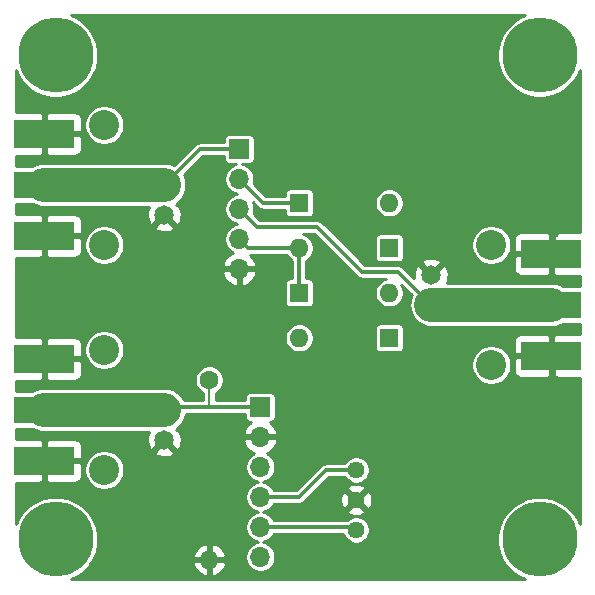
<source format=gtl>
G04 #@! TF.GenerationSoftware,KiCad,Pcbnew,(5.1.5)-3*
G04 #@! TF.CreationDate,2021-08-15T10:51:44-04:00*
G04 #@! TF.ProjectId,DIODE-MIXER,44494f44-452d-44d4-9958-45522e6b6963,rev?*
G04 #@! TF.SameCoordinates,Original*
G04 #@! TF.FileFunction,Copper,L1,Top*
G04 #@! TF.FilePolarity,Positive*
%FSLAX46Y46*%
G04 Gerber Fmt 4.6, Leading zero omitted, Abs format (unit mm)*
G04 Created by KiCad (PCBNEW (5.1.5)-3) date 2021-08-15 10:51:44*
%MOMM*%
%LPD*%
G04 APERTURE LIST*
%ADD10R,5.080000X2.413000*%
%ADD11R,5.080000X2.286000*%
%ADD12C,1.574800*%
%ADD13C,1.651000*%
%ADD14C,2.540000*%
%ADD15C,6.350000*%
%ADD16R,1.600000X1.600000*%
%ADD17O,1.600000X1.600000*%
%ADD18R,1.700000X1.700000*%
%ADD19O,1.700000X1.700000*%
%ADD20C,1.440000*%
%ADD21C,1.600000*%
%ADD22C,0.889000*%
%ADD23C,0.304800*%
%ADD24C,2.870200*%
%ADD25C,0.203200*%
%ADD26C,0.254000*%
G04 APERTURE END LIST*
D10*
X3048000Y-38354000D03*
X3048000Y-29718000D03*
D11*
X3048000Y-34036000D03*
X3048000Y-14986000D03*
D10*
X3048000Y-10668000D03*
X3048000Y-19304000D03*
D11*
X45974000Y-25146000D03*
D10*
X45974000Y-20828000D03*
X45974000Y-29464000D03*
D12*
X13208000Y-34036000D03*
D13*
X13208000Y-36576000D03*
D14*
X8128000Y-39116000D03*
X8128000Y-28956000D03*
X8128000Y-9906000D03*
X8128000Y-20066000D03*
D13*
X13208000Y-17526000D03*
D12*
X13208000Y-14986000D03*
X35814000Y-25146000D03*
D13*
X35814000Y-22606000D03*
D14*
X40894000Y-20066000D03*
X40894000Y-30226000D03*
D15*
X4000000Y-4000000D03*
X45000000Y-4000000D03*
X4000000Y-45000000D03*
X45000000Y-45000000D03*
D16*
X24638000Y-16510000D03*
D17*
X32258000Y-16510000D03*
D16*
X32258000Y-27940000D03*
D17*
X24638000Y-27940000D03*
X32258000Y-24130000D03*
D16*
X24638000Y-24130000D03*
D17*
X24638000Y-20320000D03*
D16*
X32258000Y-20320000D03*
D18*
X21336000Y-33782000D03*
D19*
X21336000Y-36322000D03*
X21336000Y-38862000D03*
X21336000Y-41402000D03*
X21336000Y-43942000D03*
X21336000Y-46482000D03*
D18*
X19558000Y-11938000D03*
D19*
X19558000Y-14478000D03*
X19558000Y-17018000D03*
X19558000Y-19558000D03*
X19558000Y-22098000D03*
D20*
X29464000Y-39116000D03*
X29464000Y-41656000D03*
X29464000Y-44196000D03*
D21*
X17018000Y-31496000D03*
D17*
X17018000Y-46736000D03*
D22*
X3048000Y-27432000D03*
X3048000Y-40386000D03*
X3048000Y-8636000D03*
X3048000Y-21336000D03*
X46228000Y-19050000D03*
X46228000Y-31496000D03*
D23*
X3048000Y-29718000D02*
X3048000Y-27432000D01*
X3048000Y-38354000D02*
X3048000Y-40386000D01*
X3048000Y-10668000D02*
X3048000Y-8636000D01*
X3048000Y-19304000D02*
X3048000Y-21336000D01*
X46228000Y-21082000D02*
X46228000Y-19050000D01*
X46228000Y-29718000D02*
X46228000Y-31496000D01*
D24*
X3048000Y-14986000D02*
X13208000Y-14986000D01*
D23*
X16256000Y-11938000D02*
X13208000Y-14986000D01*
X19558000Y-11938000D02*
X16256000Y-11938000D01*
D24*
X3048000Y-34036000D02*
X13208000Y-34036000D01*
D23*
X13462000Y-33782000D02*
X13208000Y-34036000D01*
D25*
X13208000Y-34036000D02*
X14478000Y-34036000D01*
X17018000Y-31496000D02*
X17018000Y-33782000D01*
D23*
X18288000Y-33782000D02*
X17018000Y-33782000D01*
X15748000Y-33782000D02*
X13462000Y-33782000D01*
X21336000Y-33782000D02*
X18288000Y-33782000D01*
X17018000Y-33782000D02*
X15748000Y-33782000D01*
D24*
X35814000Y-25146000D02*
X45974000Y-25146000D01*
D23*
X29972000Y-22352000D02*
X26162000Y-18542000D01*
X26162000Y-18542000D02*
X21082000Y-18542000D01*
X33020000Y-22352000D02*
X29972000Y-22352000D01*
X21082000Y-18542000D02*
X19558000Y-17018000D01*
X35814000Y-25146000D02*
X33020000Y-22352000D01*
X21590000Y-16510000D02*
X19558000Y-14478000D01*
X24638000Y-16510000D02*
X21590000Y-16510000D01*
X24638000Y-24130000D02*
X24638000Y-20320000D01*
X20320000Y-20320000D02*
X19558000Y-19558000D01*
X24638000Y-20320000D02*
X20320000Y-20320000D01*
X21336000Y-41402000D02*
X24638000Y-41402000D01*
X26924000Y-39116000D02*
X29464000Y-39116000D01*
X24638000Y-41402000D02*
X26924000Y-39116000D01*
X29210000Y-43942000D02*
X29464000Y-44196000D01*
X21336000Y-43942000D02*
X29210000Y-43942000D01*
D26*
G36*
X18274111Y-12788000D02*
G01*
X18282448Y-12872648D01*
X18307139Y-12954042D01*
X18347234Y-13029056D01*
X18401194Y-13094806D01*
X18466944Y-13148766D01*
X18541958Y-13188861D01*
X18623352Y-13213552D01*
X18708000Y-13221889D01*
X19302607Y-13221889D01*
X19184113Y-13245459D01*
X18950840Y-13342084D01*
X18740900Y-13482361D01*
X18562361Y-13660900D01*
X18422084Y-13870840D01*
X18325459Y-14104113D01*
X18276200Y-14351754D01*
X18276200Y-14604246D01*
X18325459Y-14851887D01*
X18422084Y-15085160D01*
X18562361Y-15295100D01*
X18740900Y-15473639D01*
X18950840Y-15613916D01*
X19184113Y-15710541D01*
X19372432Y-15748000D01*
X19184113Y-15785459D01*
X18950840Y-15882084D01*
X18740900Y-16022361D01*
X18562361Y-16200900D01*
X18422084Y-16410840D01*
X18325459Y-16644113D01*
X18276200Y-16891754D01*
X18276200Y-17144246D01*
X18325459Y-17391887D01*
X18422084Y-17625160D01*
X18562361Y-17835100D01*
X18740900Y-18013639D01*
X18950840Y-18153916D01*
X19184113Y-18250541D01*
X19372432Y-18288000D01*
X19184113Y-18325459D01*
X18950840Y-18422084D01*
X18740900Y-18562361D01*
X18562361Y-18740900D01*
X18422084Y-18950840D01*
X18325459Y-19184113D01*
X18276200Y-19431754D01*
X18276200Y-19684246D01*
X18325459Y-19931887D01*
X18422084Y-20165160D01*
X18562361Y-20375100D01*
X18740900Y-20553639D01*
X18950840Y-20693916D01*
X19017660Y-20721594D01*
X18926748Y-20753843D01*
X18676645Y-20902822D01*
X18460412Y-21097731D01*
X18286359Y-21331080D01*
X18161175Y-21593901D01*
X18116524Y-21741110D01*
X18237845Y-21971000D01*
X19431000Y-21971000D01*
X19431000Y-21951000D01*
X19685000Y-21951000D01*
X19685000Y-21971000D01*
X20878155Y-21971000D01*
X20999476Y-21741110D01*
X20954825Y-21593901D01*
X20829641Y-21331080D01*
X20655588Y-21097731D01*
X20440884Y-20904200D01*
X23546877Y-20904200D01*
X23681199Y-21105227D01*
X23852773Y-21276801D01*
X24053801Y-21411124D01*
X24053800Y-22896111D01*
X23838000Y-22896111D01*
X23753352Y-22904448D01*
X23671958Y-22929139D01*
X23596944Y-22969234D01*
X23531194Y-23023194D01*
X23477234Y-23088944D01*
X23437139Y-23163958D01*
X23412448Y-23245352D01*
X23404111Y-23330000D01*
X23404111Y-24930000D01*
X23412448Y-25014648D01*
X23437139Y-25096042D01*
X23477234Y-25171056D01*
X23531194Y-25236806D01*
X23596944Y-25290766D01*
X23671958Y-25330861D01*
X23753352Y-25355552D01*
X23838000Y-25363889D01*
X25438000Y-25363889D01*
X25522648Y-25355552D01*
X25604042Y-25330861D01*
X25679056Y-25290766D01*
X25744806Y-25236806D01*
X25798766Y-25171056D01*
X25838861Y-25096042D01*
X25863552Y-25014648D01*
X25871889Y-24930000D01*
X25871889Y-23330000D01*
X25863552Y-23245352D01*
X25838861Y-23163958D01*
X25798766Y-23088944D01*
X25744806Y-23023194D01*
X25679056Y-22969234D01*
X25604042Y-22929139D01*
X25522648Y-22904448D01*
X25438000Y-22896111D01*
X25222200Y-22896111D01*
X25222200Y-21411123D01*
X25423227Y-21276801D01*
X25594801Y-21105227D01*
X25729607Y-20903476D01*
X25822462Y-20679303D01*
X25869800Y-20441322D01*
X25869800Y-20198678D01*
X25822462Y-19960697D01*
X25729607Y-19736524D01*
X25594801Y-19534773D01*
X25423227Y-19363199D01*
X25221476Y-19228393D01*
X24997303Y-19135538D01*
X24950358Y-19126200D01*
X25920017Y-19126200D01*
X29538622Y-22744806D01*
X29556910Y-22767090D01*
X29579194Y-22785378D01*
X29579196Y-22785380D01*
X29645866Y-22840094D01*
X29747355Y-22894341D01*
X29857477Y-22927746D01*
X29972000Y-22939026D01*
X30000692Y-22936200D01*
X31945642Y-22936200D01*
X31898697Y-22945538D01*
X31674524Y-23038393D01*
X31472773Y-23173199D01*
X31301199Y-23344773D01*
X31166393Y-23546524D01*
X31073538Y-23770697D01*
X31026200Y-24008678D01*
X31026200Y-24251322D01*
X31073538Y-24489303D01*
X31166393Y-24713476D01*
X31301199Y-24915227D01*
X31472773Y-25086801D01*
X31674524Y-25221607D01*
X31898697Y-25314462D01*
X32136678Y-25361800D01*
X32379322Y-25361800D01*
X32617303Y-25314462D01*
X32841476Y-25221607D01*
X33043227Y-25086801D01*
X33214801Y-24915227D01*
X33349607Y-24713476D01*
X33442462Y-24489303D01*
X33489800Y-24251322D01*
X33489800Y-24008678D01*
X33442462Y-23770697D01*
X33349607Y-23546524D01*
X33271609Y-23429793D01*
X34146720Y-24304904D01*
X34080864Y-24428112D01*
X33974113Y-24780024D01*
X33938067Y-25146000D01*
X33974113Y-25511976D01*
X34080864Y-25863888D01*
X34254219Y-26188213D01*
X34487515Y-26472485D01*
X34771787Y-26705781D01*
X35096112Y-26879136D01*
X35448024Y-26985887D01*
X35722288Y-27012900D01*
X46065712Y-27012900D01*
X46339976Y-26985887D01*
X46691888Y-26879136D01*
X46984206Y-26722889D01*
X48377701Y-26722889D01*
X48377701Y-27619614D01*
X46259750Y-27622500D01*
X46101000Y-27781250D01*
X46101000Y-29337000D01*
X46121000Y-29337000D01*
X46121000Y-29591000D01*
X46101000Y-29591000D01*
X46101000Y-31146750D01*
X46259750Y-31305500D01*
X48377701Y-31308386D01*
X48377701Y-43729468D01*
X48196305Y-43291539D01*
X47801585Y-42700799D01*
X47299201Y-42198415D01*
X46708461Y-41803695D01*
X46052065Y-41531807D01*
X45355239Y-41393200D01*
X44644761Y-41393200D01*
X43947935Y-41531807D01*
X43291539Y-41803695D01*
X42700799Y-42198415D01*
X42198415Y-42700799D01*
X41803695Y-43291539D01*
X41531807Y-43947935D01*
X41393200Y-44644761D01*
X41393200Y-45355239D01*
X41531807Y-46052065D01*
X41803695Y-46708461D01*
X42198415Y-47299201D01*
X42700799Y-47801585D01*
X43291539Y-48196305D01*
X43729465Y-48377700D01*
X5270535Y-48377700D01*
X5708461Y-48196305D01*
X6299201Y-47801585D01*
X6801585Y-47299201D01*
X6944682Y-47085040D01*
X15626091Y-47085040D01*
X15720930Y-47349881D01*
X15865615Y-47591131D01*
X16054586Y-47799519D01*
X16280580Y-47967037D01*
X16534913Y-48087246D01*
X16668961Y-48127904D01*
X16891000Y-48005915D01*
X16891000Y-46863000D01*
X17145000Y-46863000D01*
X17145000Y-48005915D01*
X17367039Y-48127904D01*
X17501087Y-48087246D01*
X17755420Y-47967037D01*
X17981414Y-47799519D01*
X18170385Y-47591131D01*
X18315070Y-47349881D01*
X18409909Y-47085040D01*
X18288624Y-46863000D01*
X17145000Y-46863000D01*
X16891000Y-46863000D01*
X15747376Y-46863000D01*
X15626091Y-47085040D01*
X6944682Y-47085040D01*
X7196305Y-46708461D01*
X7329475Y-46386960D01*
X15626091Y-46386960D01*
X15747376Y-46609000D01*
X16891000Y-46609000D01*
X16891000Y-45466085D01*
X17145000Y-45466085D01*
X17145000Y-46609000D01*
X18288624Y-46609000D01*
X18409909Y-46386960D01*
X18315070Y-46122119D01*
X18170385Y-45880869D01*
X17981414Y-45672481D01*
X17755420Y-45504963D01*
X17501087Y-45384754D01*
X17367039Y-45344096D01*
X17145000Y-45466085D01*
X16891000Y-45466085D01*
X16668961Y-45344096D01*
X16534913Y-45384754D01*
X16280580Y-45504963D01*
X16054586Y-45672481D01*
X15865615Y-45880869D01*
X15720930Y-46122119D01*
X15626091Y-46386960D01*
X7329475Y-46386960D01*
X7468193Y-46052065D01*
X7606800Y-45355239D01*
X7606800Y-44644761D01*
X7468193Y-43947935D01*
X7196305Y-43291539D01*
X6801585Y-42700799D01*
X6299201Y-42198415D01*
X5708461Y-41803695D01*
X5052065Y-41531807D01*
X4355239Y-41393200D01*
X3644761Y-41393200D01*
X2947935Y-41531807D01*
X2291539Y-41803695D01*
X1700799Y-42198415D01*
X1198415Y-42700799D01*
X803695Y-43291539D01*
X622300Y-43729465D01*
X622300Y-40198416D01*
X2762250Y-40195500D01*
X2921000Y-40036750D01*
X2921000Y-38481000D01*
X3175000Y-38481000D01*
X3175000Y-40036750D01*
X3333750Y-40195500D01*
X5588000Y-40198572D01*
X5712482Y-40186312D01*
X5832180Y-40150002D01*
X5942494Y-40091037D01*
X6039185Y-40011685D01*
X6118537Y-39914994D01*
X6177502Y-39804680D01*
X6213812Y-39684982D01*
X6226072Y-39560500D01*
X6224030Y-38948387D01*
X6426200Y-38948387D01*
X6426200Y-39283613D01*
X6491599Y-39612397D01*
X6619885Y-39922104D01*
X6806126Y-40200834D01*
X7043166Y-40437874D01*
X7321896Y-40624115D01*
X7631603Y-40752401D01*
X7960387Y-40817800D01*
X8295613Y-40817800D01*
X8624397Y-40752401D01*
X8934104Y-40624115D01*
X9212834Y-40437874D01*
X9449874Y-40200834D01*
X9636115Y-39922104D01*
X9764401Y-39612397D01*
X9829800Y-39283613D01*
X9829800Y-38948387D01*
X9764401Y-38619603D01*
X9636115Y-38309896D01*
X9449874Y-38031166D01*
X9212834Y-37794126D01*
X8934104Y-37607885D01*
X8883464Y-37586909D01*
X12376696Y-37586909D01*
X12451367Y-37833481D01*
X12711228Y-37956931D01*
X12990180Y-38027313D01*
X13277502Y-38041921D01*
X13562154Y-38000194D01*
X13833196Y-37903737D01*
X13964633Y-37833481D01*
X14039304Y-37586909D01*
X13208000Y-36755605D01*
X12376696Y-37586909D01*
X8883464Y-37586909D01*
X8624397Y-37479599D01*
X8295613Y-37414200D01*
X7960387Y-37414200D01*
X7631603Y-37479599D01*
X7321896Y-37607885D01*
X7043166Y-37794126D01*
X6806126Y-38031166D01*
X6619885Y-38309896D01*
X6491599Y-38619603D01*
X6426200Y-38948387D01*
X6224030Y-38948387D01*
X6223000Y-38639750D01*
X6064250Y-38481000D01*
X3175000Y-38481000D01*
X2921000Y-38481000D01*
X2901000Y-38481000D01*
X2901000Y-38227000D01*
X2921000Y-38227000D01*
X2921000Y-36671250D01*
X3175000Y-36671250D01*
X3175000Y-38227000D01*
X6064250Y-38227000D01*
X6223000Y-38068250D01*
X6226072Y-37147500D01*
X6213812Y-37023018D01*
X6177502Y-36903320D01*
X6118537Y-36793006D01*
X6039185Y-36696315D01*
X5942494Y-36616963D01*
X5832180Y-36557998D01*
X5712482Y-36521688D01*
X5588000Y-36509428D01*
X3333750Y-36512500D01*
X3175000Y-36671250D01*
X2921000Y-36671250D01*
X2762250Y-36512500D01*
X622300Y-36509584D01*
X622300Y-35612889D01*
X2037794Y-35612889D01*
X2330112Y-35769136D01*
X2682024Y-35875887D01*
X2956288Y-35902900D01*
X11910836Y-35902900D01*
X11827069Y-36079228D01*
X11756687Y-36358180D01*
X11742079Y-36645502D01*
X11783806Y-36930154D01*
X11880263Y-37201196D01*
X11950519Y-37332633D01*
X12197091Y-37407304D01*
X13028395Y-36576000D01*
X13014253Y-36561858D01*
X13193858Y-36382253D01*
X13208000Y-36396395D01*
X13222143Y-36382253D01*
X13401748Y-36561858D01*
X13387605Y-36576000D01*
X14218909Y-37407304D01*
X14465481Y-37332633D01*
X14588931Y-37072772D01*
X14659313Y-36793820D01*
X14665156Y-36678890D01*
X19894524Y-36678890D01*
X19939175Y-36826099D01*
X20064359Y-37088920D01*
X20238412Y-37322269D01*
X20454645Y-37517178D01*
X20704748Y-37666157D01*
X20795660Y-37698406D01*
X20728840Y-37726084D01*
X20518900Y-37866361D01*
X20340361Y-38044900D01*
X20200084Y-38254840D01*
X20103459Y-38488113D01*
X20054200Y-38735754D01*
X20054200Y-38988246D01*
X20103459Y-39235887D01*
X20200084Y-39469160D01*
X20340361Y-39679100D01*
X20518900Y-39857639D01*
X20728840Y-39997916D01*
X20962113Y-40094541D01*
X21150432Y-40132000D01*
X20962113Y-40169459D01*
X20728840Y-40266084D01*
X20518900Y-40406361D01*
X20340361Y-40584900D01*
X20200084Y-40794840D01*
X20103459Y-41028113D01*
X20054200Y-41275754D01*
X20054200Y-41528246D01*
X20103459Y-41775887D01*
X20200084Y-42009160D01*
X20340361Y-42219100D01*
X20518900Y-42397639D01*
X20728840Y-42537916D01*
X20962113Y-42634541D01*
X21150432Y-42672000D01*
X20962113Y-42709459D01*
X20728840Y-42806084D01*
X20518900Y-42946361D01*
X20340361Y-43124900D01*
X20200084Y-43334840D01*
X20103459Y-43568113D01*
X20054200Y-43815754D01*
X20054200Y-44068246D01*
X20103459Y-44315887D01*
X20200084Y-44549160D01*
X20340361Y-44759100D01*
X20518900Y-44937639D01*
X20728840Y-45077916D01*
X20962113Y-45174541D01*
X21150432Y-45212000D01*
X20962113Y-45249459D01*
X20728840Y-45346084D01*
X20518900Y-45486361D01*
X20340361Y-45664900D01*
X20200084Y-45874840D01*
X20103459Y-46108113D01*
X20054200Y-46355754D01*
X20054200Y-46608246D01*
X20103459Y-46855887D01*
X20200084Y-47089160D01*
X20340361Y-47299100D01*
X20518900Y-47477639D01*
X20728840Y-47617916D01*
X20962113Y-47714541D01*
X21209754Y-47763800D01*
X21462246Y-47763800D01*
X21709887Y-47714541D01*
X21943160Y-47617916D01*
X22153100Y-47477639D01*
X22331639Y-47299100D01*
X22471916Y-47089160D01*
X22568541Y-46855887D01*
X22617800Y-46608246D01*
X22617800Y-46355754D01*
X22568541Y-46108113D01*
X22471916Y-45874840D01*
X22331639Y-45664900D01*
X22153100Y-45486361D01*
X21943160Y-45346084D01*
X21709887Y-45249459D01*
X21521568Y-45212000D01*
X21709887Y-45174541D01*
X21943160Y-45077916D01*
X22153100Y-44937639D01*
X22331639Y-44759100D01*
X22471916Y-44549160D01*
X22481426Y-44526200D01*
X28355316Y-44526200D01*
X28356463Y-44531968D01*
X28443288Y-44741582D01*
X28569339Y-44930230D01*
X28729770Y-45090661D01*
X28918418Y-45216712D01*
X29128032Y-45303537D01*
X29350558Y-45347800D01*
X29577442Y-45347800D01*
X29799968Y-45303537D01*
X30009582Y-45216712D01*
X30198230Y-45090661D01*
X30358661Y-44930230D01*
X30484712Y-44741582D01*
X30571537Y-44531968D01*
X30615800Y-44309442D01*
X30615800Y-44082558D01*
X30571537Y-43860032D01*
X30484712Y-43650418D01*
X30358661Y-43461770D01*
X30198230Y-43301339D01*
X30009582Y-43175288D01*
X29799968Y-43088463D01*
X29577442Y-43044200D01*
X29350558Y-43044200D01*
X29128032Y-43088463D01*
X28918418Y-43175288D01*
X28729770Y-43301339D01*
X28673309Y-43357800D01*
X22481426Y-43357800D01*
X22471916Y-43334840D01*
X22331639Y-43124900D01*
X22153100Y-42946361D01*
X21943160Y-42806084D01*
X21709887Y-42709459D01*
X21521568Y-42672000D01*
X21709887Y-42634541D01*
X21813652Y-42591560D01*
X28708045Y-42591560D01*
X28769932Y-42827368D01*
X29011790Y-42940266D01*
X29271027Y-43003811D01*
X29537680Y-43015561D01*
X29801501Y-42975063D01*
X30052353Y-42883875D01*
X30158068Y-42827368D01*
X30219955Y-42591560D01*
X29464000Y-41835605D01*
X28708045Y-42591560D01*
X21813652Y-42591560D01*
X21943160Y-42537916D01*
X22153100Y-42397639D01*
X22331639Y-42219100D01*
X22471916Y-42009160D01*
X22481426Y-41986200D01*
X24609316Y-41986200D01*
X24638000Y-41989025D01*
X24666684Y-41986200D01*
X24666692Y-41986200D01*
X24752523Y-41977746D01*
X24862645Y-41944341D01*
X24964134Y-41890094D01*
X25053090Y-41817090D01*
X25071382Y-41794801D01*
X25136503Y-41729680D01*
X28104439Y-41729680D01*
X28144937Y-41993501D01*
X28236125Y-42244353D01*
X28292632Y-42350068D01*
X28528440Y-42411955D01*
X29284395Y-41656000D01*
X29643605Y-41656000D01*
X30399560Y-42411955D01*
X30635368Y-42350068D01*
X30748266Y-42108210D01*
X30811811Y-41848973D01*
X30823561Y-41582320D01*
X30783063Y-41318499D01*
X30691875Y-41067647D01*
X30635368Y-40961932D01*
X30399560Y-40900045D01*
X29643605Y-41656000D01*
X29284395Y-41656000D01*
X28528440Y-40900045D01*
X28292632Y-40961932D01*
X28179734Y-41203790D01*
X28116189Y-41463027D01*
X28104439Y-41729680D01*
X25136503Y-41729680D01*
X26145743Y-40720440D01*
X28708045Y-40720440D01*
X29464000Y-41476395D01*
X30219955Y-40720440D01*
X30158068Y-40484632D01*
X29916210Y-40371734D01*
X29656973Y-40308189D01*
X29390320Y-40296439D01*
X29126499Y-40336937D01*
X28875647Y-40428125D01*
X28769932Y-40484632D01*
X28708045Y-40720440D01*
X26145743Y-40720440D01*
X27165983Y-39700200D01*
X28469092Y-39700200D01*
X28569339Y-39850230D01*
X28729770Y-40010661D01*
X28918418Y-40136712D01*
X29128032Y-40223537D01*
X29350558Y-40267800D01*
X29577442Y-40267800D01*
X29799968Y-40223537D01*
X30009582Y-40136712D01*
X30198230Y-40010661D01*
X30358661Y-39850230D01*
X30484712Y-39661582D01*
X30571537Y-39451968D01*
X30615800Y-39229442D01*
X30615800Y-39002558D01*
X30571537Y-38780032D01*
X30484712Y-38570418D01*
X30358661Y-38381770D01*
X30198230Y-38221339D01*
X30009582Y-38095288D01*
X29799968Y-38008463D01*
X29577442Y-37964200D01*
X29350558Y-37964200D01*
X29128032Y-38008463D01*
X28918418Y-38095288D01*
X28729770Y-38221339D01*
X28569339Y-38381770D01*
X28469092Y-38531800D01*
X26952681Y-38531800D01*
X26923999Y-38528975D01*
X26895317Y-38531800D01*
X26895308Y-38531800D01*
X26809477Y-38540254D01*
X26699355Y-38573659D01*
X26597866Y-38627906D01*
X26508910Y-38700910D01*
X26490618Y-38723199D01*
X24396017Y-40817800D01*
X22481426Y-40817800D01*
X22471916Y-40794840D01*
X22331639Y-40584900D01*
X22153100Y-40406361D01*
X21943160Y-40266084D01*
X21709887Y-40169459D01*
X21521568Y-40132000D01*
X21709887Y-40094541D01*
X21943160Y-39997916D01*
X22153100Y-39857639D01*
X22331639Y-39679100D01*
X22471916Y-39469160D01*
X22568541Y-39235887D01*
X22617800Y-38988246D01*
X22617800Y-38735754D01*
X22568541Y-38488113D01*
X22471916Y-38254840D01*
X22331639Y-38044900D01*
X22153100Y-37866361D01*
X21943160Y-37726084D01*
X21876340Y-37698406D01*
X21967252Y-37666157D01*
X22217355Y-37517178D01*
X22433588Y-37322269D01*
X22607641Y-37088920D01*
X22732825Y-36826099D01*
X22777476Y-36678890D01*
X22656155Y-36449000D01*
X21463000Y-36449000D01*
X21463000Y-36469000D01*
X21209000Y-36469000D01*
X21209000Y-36449000D01*
X20015845Y-36449000D01*
X19894524Y-36678890D01*
X14665156Y-36678890D01*
X14673921Y-36506498D01*
X14632194Y-36221846D01*
X14535737Y-35950804D01*
X14465481Y-35819367D01*
X14218911Y-35744697D01*
X14335096Y-35628512D01*
X14278857Y-35572273D01*
X14534485Y-35362485D01*
X14767781Y-35078213D01*
X14941136Y-34753888D01*
X15047887Y-34401976D01*
X15051411Y-34366200D01*
X20052111Y-34366200D01*
X20052111Y-34632000D01*
X20060448Y-34716648D01*
X20085139Y-34798042D01*
X20125234Y-34873056D01*
X20179194Y-34938806D01*
X20244944Y-34992766D01*
X20319958Y-35032861D01*
X20401352Y-35057552D01*
X20486000Y-35065889D01*
X20556938Y-35065889D01*
X20454645Y-35126822D01*
X20238412Y-35321731D01*
X20064359Y-35555080D01*
X19939175Y-35817901D01*
X19894524Y-35965110D01*
X20015845Y-36195000D01*
X21209000Y-36195000D01*
X21209000Y-36175000D01*
X21463000Y-36175000D01*
X21463000Y-36195000D01*
X22656155Y-36195000D01*
X22777476Y-35965110D01*
X22732825Y-35817901D01*
X22607641Y-35555080D01*
X22433588Y-35321731D01*
X22217355Y-35126822D01*
X22115062Y-35065889D01*
X22186000Y-35065889D01*
X22270648Y-35057552D01*
X22352042Y-35032861D01*
X22427056Y-34992766D01*
X22492806Y-34938806D01*
X22546766Y-34873056D01*
X22586861Y-34798042D01*
X22611552Y-34716648D01*
X22619889Y-34632000D01*
X22619889Y-32932000D01*
X22611552Y-32847352D01*
X22586861Y-32765958D01*
X22546766Y-32690944D01*
X22492806Y-32625194D01*
X22427056Y-32571234D01*
X22352042Y-32531139D01*
X22270648Y-32506448D01*
X22186000Y-32498111D01*
X20486000Y-32498111D01*
X20401352Y-32506448D01*
X20319958Y-32531139D01*
X20244944Y-32571234D01*
X20179194Y-32625194D01*
X20125234Y-32690944D01*
X20085139Y-32765958D01*
X20060448Y-32847352D01*
X20052111Y-32932000D01*
X20052111Y-33197800D01*
X17551400Y-33197800D01*
X17551400Y-32608349D01*
X17601476Y-32587607D01*
X17803227Y-32452801D01*
X17974801Y-32281227D01*
X18109607Y-32079476D01*
X18202462Y-31855303D01*
X18249800Y-31617322D01*
X18249800Y-31374678D01*
X18202462Y-31136697D01*
X18109607Y-30912524D01*
X17974801Y-30710773D01*
X17803227Y-30539199D01*
X17601476Y-30404393D01*
X17377303Y-30311538D01*
X17139322Y-30264200D01*
X16896678Y-30264200D01*
X16658697Y-30311538D01*
X16434524Y-30404393D01*
X16232773Y-30539199D01*
X16061199Y-30710773D01*
X15926393Y-30912524D01*
X15833538Y-31136697D01*
X15786200Y-31374678D01*
X15786200Y-31617322D01*
X15833538Y-31855303D01*
X15926393Y-32079476D01*
X16061199Y-32281227D01*
X16232773Y-32452801D01*
X16434524Y-32587607D01*
X16484600Y-32608349D01*
X16484601Y-33197800D01*
X14876828Y-33197800D01*
X14767781Y-32993787D01*
X14534485Y-32709515D01*
X14250213Y-32476219D01*
X13925888Y-32302864D01*
X13573976Y-32196113D01*
X13299712Y-32169100D01*
X2956288Y-32169100D01*
X2682024Y-32196113D01*
X2330112Y-32302864D01*
X2037794Y-32459111D01*
X622300Y-32459111D01*
X622300Y-31562416D01*
X2762250Y-31559500D01*
X2921000Y-31400750D01*
X2921000Y-29845000D01*
X3175000Y-29845000D01*
X3175000Y-31400750D01*
X3333750Y-31559500D01*
X5588000Y-31562572D01*
X5712482Y-31550312D01*
X5832180Y-31514002D01*
X5942494Y-31455037D01*
X6039185Y-31375685D01*
X6118537Y-31278994D01*
X6177502Y-31168680D01*
X6213812Y-31048982D01*
X6226072Y-30924500D01*
X6223000Y-30003750D01*
X6064250Y-29845000D01*
X3175000Y-29845000D01*
X2921000Y-29845000D01*
X2901000Y-29845000D01*
X2901000Y-29591000D01*
X2921000Y-29591000D01*
X2921000Y-28035250D01*
X3175000Y-28035250D01*
X3175000Y-29591000D01*
X6064250Y-29591000D01*
X6223000Y-29432250D01*
X6225148Y-28788387D01*
X6426200Y-28788387D01*
X6426200Y-29123613D01*
X6491599Y-29452397D01*
X6619885Y-29762104D01*
X6806126Y-30040834D01*
X7043166Y-30277874D01*
X7321896Y-30464115D01*
X7631603Y-30592401D01*
X7960387Y-30657800D01*
X8295613Y-30657800D01*
X8624397Y-30592401D01*
X8934104Y-30464115D01*
X9212834Y-30277874D01*
X9432321Y-30058387D01*
X39192200Y-30058387D01*
X39192200Y-30393613D01*
X39257599Y-30722397D01*
X39385885Y-31032104D01*
X39572126Y-31310834D01*
X39809166Y-31547874D01*
X40087896Y-31734115D01*
X40397603Y-31862401D01*
X40726387Y-31927800D01*
X41061613Y-31927800D01*
X41390397Y-31862401D01*
X41700104Y-31734115D01*
X41978834Y-31547874D01*
X42215874Y-31310834D01*
X42402115Y-31032104D01*
X42530401Y-30722397D01*
X42540723Y-30670500D01*
X42795928Y-30670500D01*
X42808188Y-30794982D01*
X42844498Y-30914680D01*
X42903463Y-31024994D01*
X42982815Y-31121685D01*
X43079506Y-31201037D01*
X43189820Y-31260002D01*
X43309518Y-31296312D01*
X43434000Y-31308572D01*
X45688250Y-31305500D01*
X45847000Y-31146750D01*
X45847000Y-29591000D01*
X42957750Y-29591000D01*
X42799000Y-29749750D01*
X42795928Y-30670500D01*
X42540723Y-30670500D01*
X42595800Y-30393613D01*
X42595800Y-30058387D01*
X42530401Y-29729603D01*
X42402115Y-29419896D01*
X42215874Y-29141166D01*
X41978834Y-28904126D01*
X41700104Y-28717885D01*
X41390397Y-28589599D01*
X41061613Y-28524200D01*
X40726387Y-28524200D01*
X40397603Y-28589599D01*
X40087896Y-28717885D01*
X39809166Y-28904126D01*
X39572126Y-29141166D01*
X39385885Y-29419896D01*
X39257599Y-29729603D01*
X39192200Y-30058387D01*
X9432321Y-30058387D01*
X9449874Y-30040834D01*
X9636115Y-29762104D01*
X9764401Y-29452397D01*
X9829800Y-29123613D01*
X9829800Y-28788387D01*
X9764401Y-28459603D01*
X9636115Y-28149896D01*
X9449874Y-27871166D01*
X9397386Y-27818678D01*
X23406200Y-27818678D01*
X23406200Y-28061322D01*
X23453538Y-28299303D01*
X23546393Y-28523476D01*
X23681199Y-28725227D01*
X23852773Y-28896801D01*
X24054524Y-29031607D01*
X24278697Y-29124462D01*
X24516678Y-29171800D01*
X24759322Y-29171800D01*
X24997303Y-29124462D01*
X25221476Y-29031607D01*
X25423227Y-28896801D01*
X25594801Y-28725227D01*
X25729607Y-28523476D01*
X25822462Y-28299303D01*
X25869800Y-28061322D01*
X25869800Y-27818678D01*
X25822462Y-27580697D01*
X25729607Y-27356524D01*
X25594801Y-27154773D01*
X25580028Y-27140000D01*
X31024111Y-27140000D01*
X31024111Y-28740000D01*
X31032448Y-28824648D01*
X31057139Y-28906042D01*
X31097234Y-28981056D01*
X31151194Y-29046806D01*
X31216944Y-29100766D01*
X31291958Y-29140861D01*
X31373352Y-29165552D01*
X31458000Y-29173889D01*
X33058000Y-29173889D01*
X33142648Y-29165552D01*
X33224042Y-29140861D01*
X33299056Y-29100766D01*
X33364806Y-29046806D01*
X33418766Y-28981056D01*
X33458861Y-28906042D01*
X33483552Y-28824648D01*
X33491889Y-28740000D01*
X33491889Y-28257500D01*
X42795928Y-28257500D01*
X42799000Y-29178250D01*
X42957750Y-29337000D01*
X45847000Y-29337000D01*
X45847000Y-27781250D01*
X45688250Y-27622500D01*
X43434000Y-27619428D01*
X43309518Y-27631688D01*
X43189820Y-27667998D01*
X43079506Y-27726963D01*
X42982815Y-27806315D01*
X42903463Y-27903006D01*
X42844498Y-28013320D01*
X42808188Y-28133018D01*
X42795928Y-28257500D01*
X33491889Y-28257500D01*
X33491889Y-27140000D01*
X33483552Y-27055352D01*
X33458861Y-26973958D01*
X33418766Y-26898944D01*
X33364806Y-26833194D01*
X33299056Y-26779234D01*
X33224042Y-26739139D01*
X33142648Y-26714448D01*
X33058000Y-26706111D01*
X31458000Y-26706111D01*
X31373352Y-26714448D01*
X31291958Y-26739139D01*
X31216944Y-26779234D01*
X31151194Y-26833194D01*
X31097234Y-26898944D01*
X31057139Y-26973958D01*
X31032448Y-27055352D01*
X31024111Y-27140000D01*
X25580028Y-27140000D01*
X25423227Y-26983199D01*
X25221476Y-26848393D01*
X24997303Y-26755538D01*
X24759322Y-26708200D01*
X24516678Y-26708200D01*
X24278697Y-26755538D01*
X24054524Y-26848393D01*
X23852773Y-26983199D01*
X23681199Y-27154773D01*
X23546393Y-27356524D01*
X23453538Y-27580697D01*
X23406200Y-27818678D01*
X9397386Y-27818678D01*
X9212834Y-27634126D01*
X8934104Y-27447885D01*
X8624397Y-27319599D01*
X8295613Y-27254200D01*
X7960387Y-27254200D01*
X7631603Y-27319599D01*
X7321896Y-27447885D01*
X7043166Y-27634126D01*
X6806126Y-27871166D01*
X6619885Y-28149896D01*
X6491599Y-28459603D01*
X6426200Y-28788387D01*
X6225148Y-28788387D01*
X6226072Y-28511500D01*
X6213812Y-28387018D01*
X6177502Y-28267320D01*
X6118537Y-28157006D01*
X6039185Y-28060315D01*
X5942494Y-27980963D01*
X5832180Y-27921998D01*
X5712482Y-27885688D01*
X5588000Y-27873428D01*
X3333750Y-27876500D01*
X3175000Y-28035250D01*
X2921000Y-28035250D01*
X2762250Y-27876500D01*
X622300Y-27873584D01*
X622300Y-22454890D01*
X18116524Y-22454890D01*
X18161175Y-22602099D01*
X18286359Y-22864920D01*
X18460412Y-23098269D01*
X18676645Y-23293178D01*
X18926748Y-23442157D01*
X19201109Y-23539481D01*
X19431000Y-23418814D01*
X19431000Y-22225000D01*
X19685000Y-22225000D01*
X19685000Y-23418814D01*
X19914891Y-23539481D01*
X20189252Y-23442157D01*
X20439355Y-23293178D01*
X20655588Y-23098269D01*
X20829641Y-22864920D01*
X20954825Y-22602099D01*
X20999476Y-22454890D01*
X20878155Y-22225000D01*
X19685000Y-22225000D01*
X19431000Y-22225000D01*
X18237845Y-22225000D01*
X18116524Y-22454890D01*
X622300Y-22454890D01*
X622300Y-21148416D01*
X2762250Y-21145500D01*
X2921000Y-20986750D01*
X2921000Y-19431000D01*
X3175000Y-19431000D01*
X3175000Y-20986750D01*
X3333750Y-21145500D01*
X5588000Y-21148572D01*
X5712482Y-21136312D01*
X5832180Y-21100002D01*
X5942494Y-21041037D01*
X6039185Y-20961685D01*
X6118537Y-20864994D01*
X6177502Y-20754680D01*
X6213812Y-20634982D01*
X6226072Y-20510500D01*
X6224030Y-19898387D01*
X6426200Y-19898387D01*
X6426200Y-20233613D01*
X6491599Y-20562397D01*
X6619885Y-20872104D01*
X6806126Y-21150834D01*
X7043166Y-21387874D01*
X7321896Y-21574115D01*
X7631603Y-21702401D01*
X7960387Y-21767800D01*
X8295613Y-21767800D01*
X8624397Y-21702401D01*
X8934104Y-21574115D01*
X9212834Y-21387874D01*
X9449874Y-21150834D01*
X9636115Y-20872104D01*
X9764401Y-20562397D01*
X9829800Y-20233613D01*
X9829800Y-19898387D01*
X9764401Y-19569603D01*
X9636115Y-19259896D01*
X9449874Y-18981166D01*
X9212834Y-18744126D01*
X8934104Y-18557885D01*
X8883464Y-18536909D01*
X12376696Y-18536909D01*
X12451367Y-18783481D01*
X12711228Y-18906931D01*
X12990180Y-18977313D01*
X13277502Y-18991921D01*
X13562154Y-18950194D01*
X13833196Y-18853737D01*
X13964633Y-18783481D01*
X14039304Y-18536909D01*
X13208000Y-17705605D01*
X12376696Y-18536909D01*
X8883464Y-18536909D01*
X8624397Y-18429599D01*
X8295613Y-18364200D01*
X7960387Y-18364200D01*
X7631603Y-18429599D01*
X7321896Y-18557885D01*
X7043166Y-18744126D01*
X6806126Y-18981166D01*
X6619885Y-19259896D01*
X6491599Y-19569603D01*
X6426200Y-19898387D01*
X6224030Y-19898387D01*
X6223000Y-19589750D01*
X6064250Y-19431000D01*
X3175000Y-19431000D01*
X2921000Y-19431000D01*
X2901000Y-19431000D01*
X2901000Y-19177000D01*
X2921000Y-19177000D01*
X2921000Y-17621250D01*
X3175000Y-17621250D01*
X3175000Y-19177000D01*
X6064250Y-19177000D01*
X6223000Y-19018250D01*
X6226072Y-18097500D01*
X6213812Y-17973018D01*
X6177502Y-17853320D01*
X6118537Y-17743006D01*
X6039185Y-17646315D01*
X5942494Y-17566963D01*
X5832180Y-17507998D01*
X5712482Y-17471688D01*
X5588000Y-17459428D01*
X3333750Y-17462500D01*
X3175000Y-17621250D01*
X2921000Y-17621250D01*
X2762250Y-17462500D01*
X622300Y-17459584D01*
X622300Y-16562889D01*
X2037794Y-16562889D01*
X2330112Y-16719136D01*
X2682024Y-16825887D01*
X2956288Y-16852900D01*
X11910836Y-16852900D01*
X11827069Y-17029228D01*
X11756687Y-17308180D01*
X11742079Y-17595502D01*
X11783806Y-17880154D01*
X11880263Y-18151196D01*
X11950519Y-18282633D01*
X12197091Y-18357304D01*
X13028395Y-17526000D01*
X13014253Y-17511858D01*
X13193858Y-17332253D01*
X13208000Y-17346395D01*
X13222143Y-17332253D01*
X13401748Y-17511858D01*
X13387605Y-17526000D01*
X14218909Y-18357304D01*
X14465481Y-18282633D01*
X14588931Y-18022772D01*
X14659313Y-17743820D01*
X14673921Y-17456498D01*
X14632194Y-17171846D01*
X14535737Y-16900804D01*
X14465481Y-16769367D01*
X14218911Y-16694697D01*
X14335096Y-16578512D01*
X14278857Y-16522273D01*
X14534485Y-16312485D01*
X14767781Y-16028213D01*
X14941136Y-15703888D01*
X15047887Y-15351976D01*
X15083933Y-14986000D01*
X15047887Y-14620024D01*
X14941136Y-14268112D01*
X14875280Y-14144904D01*
X16497984Y-12522200D01*
X18274111Y-12522200D01*
X18274111Y-12788000D01*
G37*
X18274111Y-12788000D02*
X18282448Y-12872648D01*
X18307139Y-12954042D01*
X18347234Y-13029056D01*
X18401194Y-13094806D01*
X18466944Y-13148766D01*
X18541958Y-13188861D01*
X18623352Y-13213552D01*
X18708000Y-13221889D01*
X19302607Y-13221889D01*
X19184113Y-13245459D01*
X18950840Y-13342084D01*
X18740900Y-13482361D01*
X18562361Y-13660900D01*
X18422084Y-13870840D01*
X18325459Y-14104113D01*
X18276200Y-14351754D01*
X18276200Y-14604246D01*
X18325459Y-14851887D01*
X18422084Y-15085160D01*
X18562361Y-15295100D01*
X18740900Y-15473639D01*
X18950840Y-15613916D01*
X19184113Y-15710541D01*
X19372432Y-15748000D01*
X19184113Y-15785459D01*
X18950840Y-15882084D01*
X18740900Y-16022361D01*
X18562361Y-16200900D01*
X18422084Y-16410840D01*
X18325459Y-16644113D01*
X18276200Y-16891754D01*
X18276200Y-17144246D01*
X18325459Y-17391887D01*
X18422084Y-17625160D01*
X18562361Y-17835100D01*
X18740900Y-18013639D01*
X18950840Y-18153916D01*
X19184113Y-18250541D01*
X19372432Y-18288000D01*
X19184113Y-18325459D01*
X18950840Y-18422084D01*
X18740900Y-18562361D01*
X18562361Y-18740900D01*
X18422084Y-18950840D01*
X18325459Y-19184113D01*
X18276200Y-19431754D01*
X18276200Y-19684246D01*
X18325459Y-19931887D01*
X18422084Y-20165160D01*
X18562361Y-20375100D01*
X18740900Y-20553639D01*
X18950840Y-20693916D01*
X19017660Y-20721594D01*
X18926748Y-20753843D01*
X18676645Y-20902822D01*
X18460412Y-21097731D01*
X18286359Y-21331080D01*
X18161175Y-21593901D01*
X18116524Y-21741110D01*
X18237845Y-21971000D01*
X19431000Y-21971000D01*
X19431000Y-21951000D01*
X19685000Y-21951000D01*
X19685000Y-21971000D01*
X20878155Y-21971000D01*
X20999476Y-21741110D01*
X20954825Y-21593901D01*
X20829641Y-21331080D01*
X20655588Y-21097731D01*
X20440884Y-20904200D01*
X23546877Y-20904200D01*
X23681199Y-21105227D01*
X23852773Y-21276801D01*
X24053801Y-21411124D01*
X24053800Y-22896111D01*
X23838000Y-22896111D01*
X23753352Y-22904448D01*
X23671958Y-22929139D01*
X23596944Y-22969234D01*
X23531194Y-23023194D01*
X23477234Y-23088944D01*
X23437139Y-23163958D01*
X23412448Y-23245352D01*
X23404111Y-23330000D01*
X23404111Y-24930000D01*
X23412448Y-25014648D01*
X23437139Y-25096042D01*
X23477234Y-25171056D01*
X23531194Y-25236806D01*
X23596944Y-25290766D01*
X23671958Y-25330861D01*
X23753352Y-25355552D01*
X23838000Y-25363889D01*
X25438000Y-25363889D01*
X25522648Y-25355552D01*
X25604042Y-25330861D01*
X25679056Y-25290766D01*
X25744806Y-25236806D01*
X25798766Y-25171056D01*
X25838861Y-25096042D01*
X25863552Y-25014648D01*
X25871889Y-24930000D01*
X25871889Y-23330000D01*
X25863552Y-23245352D01*
X25838861Y-23163958D01*
X25798766Y-23088944D01*
X25744806Y-23023194D01*
X25679056Y-22969234D01*
X25604042Y-22929139D01*
X25522648Y-22904448D01*
X25438000Y-22896111D01*
X25222200Y-22896111D01*
X25222200Y-21411123D01*
X25423227Y-21276801D01*
X25594801Y-21105227D01*
X25729607Y-20903476D01*
X25822462Y-20679303D01*
X25869800Y-20441322D01*
X25869800Y-20198678D01*
X25822462Y-19960697D01*
X25729607Y-19736524D01*
X25594801Y-19534773D01*
X25423227Y-19363199D01*
X25221476Y-19228393D01*
X24997303Y-19135538D01*
X24950358Y-19126200D01*
X25920017Y-19126200D01*
X29538622Y-22744806D01*
X29556910Y-22767090D01*
X29579194Y-22785378D01*
X29579196Y-22785380D01*
X29645866Y-22840094D01*
X29747355Y-22894341D01*
X29857477Y-22927746D01*
X29972000Y-22939026D01*
X30000692Y-22936200D01*
X31945642Y-22936200D01*
X31898697Y-22945538D01*
X31674524Y-23038393D01*
X31472773Y-23173199D01*
X31301199Y-23344773D01*
X31166393Y-23546524D01*
X31073538Y-23770697D01*
X31026200Y-24008678D01*
X31026200Y-24251322D01*
X31073538Y-24489303D01*
X31166393Y-24713476D01*
X31301199Y-24915227D01*
X31472773Y-25086801D01*
X31674524Y-25221607D01*
X31898697Y-25314462D01*
X32136678Y-25361800D01*
X32379322Y-25361800D01*
X32617303Y-25314462D01*
X32841476Y-25221607D01*
X33043227Y-25086801D01*
X33214801Y-24915227D01*
X33349607Y-24713476D01*
X33442462Y-24489303D01*
X33489800Y-24251322D01*
X33489800Y-24008678D01*
X33442462Y-23770697D01*
X33349607Y-23546524D01*
X33271609Y-23429793D01*
X34146720Y-24304904D01*
X34080864Y-24428112D01*
X33974113Y-24780024D01*
X33938067Y-25146000D01*
X33974113Y-25511976D01*
X34080864Y-25863888D01*
X34254219Y-26188213D01*
X34487515Y-26472485D01*
X34771787Y-26705781D01*
X35096112Y-26879136D01*
X35448024Y-26985887D01*
X35722288Y-27012900D01*
X46065712Y-27012900D01*
X46339976Y-26985887D01*
X46691888Y-26879136D01*
X46984206Y-26722889D01*
X48377701Y-26722889D01*
X48377701Y-27619614D01*
X46259750Y-27622500D01*
X46101000Y-27781250D01*
X46101000Y-29337000D01*
X46121000Y-29337000D01*
X46121000Y-29591000D01*
X46101000Y-29591000D01*
X46101000Y-31146750D01*
X46259750Y-31305500D01*
X48377701Y-31308386D01*
X48377701Y-43729468D01*
X48196305Y-43291539D01*
X47801585Y-42700799D01*
X47299201Y-42198415D01*
X46708461Y-41803695D01*
X46052065Y-41531807D01*
X45355239Y-41393200D01*
X44644761Y-41393200D01*
X43947935Y-41531807D01*
X43291539Y-41803695D01*
X42700799Y-42198415D01*
X42198415Y-42700799D01*
X41803695Y-43291539D01*
X41531807Y-43947935D01*
X41393200Y-44644761D01*
X41393200Y-45355239D01*
X41531807Y-46052065D01*
X41803695Y-46708461D01*
X42198415Y-47299201D01*
X42700799Y-47801585D01*
X43291539Y-48196305D01*
X43729465Y-48377700D01*
X5270535Y-48377700D01*
X5708461Y-48196305D01*
X6299201Y-47801585D01*
X6801585Y-47299201D01*
X6944682Y-47085040D01*
X15626091Y-47085040D01*
X15720930Y-47349881D01*
X15865615Y-47591131D01*
X16054586Y-47799519D01*
X16280580Y-47967037D01*
X16534913Y-48087246D01*
X16668961Y-48127904D01*
X16891000Y-48005915D01*
X16891000Y-46863000D01*
X17145000Y-46863000D01*
X17145000Y-48005915D01*
X17367039Y-48127904D01*
X17501087Y-48087246D01*
X17755420Y-47967037D01*
X17981414Y-47799519D01*
X18170385Y-47591131D01*
X18315070Y-47349881D01*
X18409909Y-47085040D01*
X18288624Y-46863000D01*
X17145000Y-46863000D01*
X16891000Y-46863000D01*
X15747376Y-46863000D01*
X15626091Y-47085040D01*
X6944682Y-47085040D01*
X7196305Y-46708461D01*
X7329475Y-46386960D01*
X15626091Y-46386960D01*
X15747376Y-46609000D01*
X16891000Y-46609000D01*
X16891000Y-45466085D01*
X17145000Y-45466085D01*
X17145000Y-46609000D01*
X18288624Y-46609000D01*
X18409909Y-46386960D01*
X18315070Y-46122119D01*
X18170385Y-45880869D01*
X17981414Y-45672481D01*
X17755420Y-45504963D01*
X17501087Y-45384754D01*
X17367039Y-45344096D01*
X17145000Y-45466085D01*
X16891000Y-45466085D01*
X16668961Y-45344096D01*
X16534913Y-45384754D01*
X16280580Y-45504963D01*
X16054586Y-45672481D01*
X15865615Y-45880869D01*
X15720930Y-46122119D01*
X15626091Y-46386960D01*
X7329475Y-46386960D01*
X7468193Y-46052065D01*
X7606800Y-45355239D01*
X7606800Y-44644761D01*
X7468193Y-43947935D01*
X7196305Y-43291539D01*
X6801585Y-42700799D01*
X6299201Y-42198415D01*
X5708461Y-41803695D01*
X5052065Y-41531807D01*
X4355239Y-41393200D01*
X3644761Y-41393200D01*
X2947935Y-41531807D01*
X2291539Y-41803695D01*
X1700799Y-42198415D01*
X1198415Y-42700799D01*
X803695Y-43291539D01*
X622300Y-43729465D01*
X622300Y-40198416D01*
X2762250Y-40195500D01*
X2921000Y-40036750D01*
X2921000Y-38481000D01*
X3175000Y-38481000D01*
X3175000Y-40036750D01*
X3333750Y-40195500D01*
X5588000Y-40198572D01*
X5712482Y-40186312D01*
X5832180Y-40150002D01*
X5942494Y-40091037D01*
X6039185Y-40011685D01*
X6118537Y-39914994D01*
X6177502Y-39804680D01*
X6213812Y-39684982D01*
X6226072Y-39560500D01*
X6224030Y-38948387D01*
X6426200Y-38948387D01*
X6426200Y-39283613D01*
X6491599Y-39612397D01*
X6619885Y-39922104D01*
X6806126Y-40200834D01*
X7043166Y-40437874D01*
X7321896Y-40624115D01*
X7631603Y-40752401D01*
X7960387Y-40817800D01*
X8295613Y-40817800D01*
X8624397Y-40752401D01*
X8934104Y-40624115D01*
X9212834Y-40437874D01*
X9449874Y-40200834D01*
X9636115Y-39922104D01*
X9764401Y-39612397D01*
X9829800Y-39283613D01*
X9829800Y-38948387D01*
X9764401Y-38619603D01*
X9636115Y-38309896D01*
X9449874Y-38031166D01*
X9212834Y-37794126D01*
X8934104Y-37607885D01*
X8883464Y-37586909D01*
X12376696Y-37586909D01*
X12451367Y-37833481D01*
X12711228Y-37956931D01*
X12990180Y-38027313D01*
X13277502Y-38041921D01*
X13562154Y-38000194D01*
X13833196Y-37903737D01*
X13964633Y-37833481D01*
X14039304Y-37586909D01*
X13208000Y-36755605D01*
X12376696Y-37586909D01*
X8883464Y-37586909D01*
X8624397Y-37479599D01*
X8295613Y-37414200D01*
X7960387Y-37414200D01*
X7631603Y-37479599D01*
X7321896Y-37607885D01*
X7043166Y-37794126D01*
X6806126Y-38031166D01*
X6619885Y-38309896D01*
X6491599Y-38619603D01*
X6426200Y-38948387D01*
X6224030Y-38948387D01*
X6223000Y-38639750D01*
X6064250Y-38481000D01*
X3175000Y-38481000D01*
X2921000Y-38481000D01*
X2901000Y-38481000D01*
X2901000Y-38227000D01*
X2921000Y-38227000D01*
X2921000Y-36671250D01*
X3175000Y-36671250D01*
X3175000Y-38227000D01*
X6064250Y-38227000D01*
X6223000Y-38068250D01*
X6226072Y-37147500D01*
X6213812Y-37023018D01*
X6177502Y-36903320D01*
X6118537Y-36793006D01*
X6039185Y-36696315D01*
X5942494Y-36616963D01*
X5832180Y-36557998D01*
X5712482Y-36521688D01*
X5588000Y-36509428D01*
X3333750Y-36512500D01*
X3175000Y-36671250D01*
X2921000Y-36671250D01*
X2762250Y-36512500D01*
X622300Y-36509584D01*
X622300Y-35612889D01*
X2037794Y-35612889D01*
X2330112Y-35769136D01*
X2682024Y-35875887D01*
X2956288Y-35902900D01*
X11910836Y-35902900D01*
X11827069Y-36079228D01*
X11756687Y-36358180D01*
X11742079Y-36645502D01*
X11783806Y-36930154D01*
X11880263Y-37201196D01*
X11950519Y-37332633D01*
X12197091Y-37407304D01*
X13028395Y-36576000D01*
X13014253Y-36561858D01*
X13193858Y-36382253D01*
X13208000Y-36396395D01*
X13222143Y-36382253D01*
X13401748Y-36561858D01*
X13387605Y-36576000D01*
X14218909Y-37407304D01*
X14465481Y-37332633D01*
X14588931Y-37072772D01*
X14659313Y-36793820D01*
X14665156Y-36678890D01*
X19894524Y-36678890D01*
X19939175Y-36826099D01*
X20064359Y-37088920D01*
X20238412Y-37322269D01*
X20454645Y-37517178D01*
X20704748Y-37666157D01*
X20795660Y-37698406D01*
X20728840Y-37726084D01*
X20518900Y-37866361D01*
X20340361Y-38044900D01*
X20200084Y-38254840D01*
X20103459Y-38488113D01*
X20054200Y-38735754D01*
X20054200Y-38988246D01*
X20103459Y-39235887D01*
X20200084Y-39469160D01*
X20340361Y-39679100D01*
X20518900Y-39857639D01*
X20728840Y-39997916D01*
X20962113Y-40094541D01*
X21150432Y-40132000D01*
X20962113Y-40169459D01*
X20728840Y-40266084D01*
X20518900Y-40406361D01*
X20340361Y-40584900D01*
X20200084Y-40794840D01*
X20103459Y-41028113D01*
X20054200Y-41275754D01*
X20054200Y-41528246D01*
X20103459Y-41775887D01*
X20200084Y-42009160D01*
X20340361Y-42219100D01*
X20518900Y-42397639D01*
X20728840Y-42537916D01*
X20962113Y-42634541D01*
X21150432Y-42672000D01*
X20962113Y-42709459D01*
X20728840Y-42806084D01*
X20518900Y-42946361D01*
X20340361Y-43124900D01*
X20200084Y-43334840D01*
X20103459Y-43568113D01*
X20054200Y-43815754D01*
X20054200Y-44068246D01*
X20103459Y-44315887D01*
X20200084Y-44549160D01*
X20340361Y-44759100D01*
X20518900Y-44937639D01*
X20728840Y-45077916D01*
X20962113Y-45174541D01*
X21150432Y-45212000D01*
X20962113Y-45249459D01*
X20728840Y-45346084D01*
X20518900Y-45486361D01*
X20340361Y-45664900D01*
X20200084Y-45874840D01*
X20103459Y-46108113D01*
X20054200Y-46355754D01*
X20054200Y-46608246D01*
X20103459Y-46855887D01*
X20200084Y-47089160D01*
X20340361Y-47299100D01*
X20518900Y-47477639D01*
X20728840Y-47617916D01*
X20962113Y-47714541D01*
X21209754Y-47763800D01*
X21462246Y-47763800D01*
X21709887Y-47714541D01*
X21943160Y-47617916D01*
X22153100Y-47477639D01*
X22331639Y-47299100D01*
X22471916Y-47089160D01*
X22568541Y-46855887D01*
X22617800Y-46608246D01*
X22617800Y-46355754D01*
X22568541Y-46108113D01*
X22471916Y-45874840D01*
X22331639Y-45664900D01*
X22153100Y-45486361D01*
X21943160Y-45346084D01*
X21709887Y-45249459D01*
X21521568Y-45212000D01*
X21709887Y-45174541D01*
X21943160Y-45077916D01*
X22153100Y-44937639D01*
X22331639Y-44759100D01*
X22471916Y-44549160D01*
X22481426Y-44526200D01*
X28355316Y-44526200D01*
X28356463Y-44531968D01*
X28443288Y-44741582D01*
X28569339Y-44930230D01*
X28729770Y-45090661D01*
X28918418Y-45216712D01*
X29128032Y-45303537D01*
X29350558Y-45347800D01*
X29577442Y-45347800D01*
X29799968Y-45303537D01*
X30009582Y-45216712D01*
X30198230Y-45090661D01*
X30358661Y-44930230D01*
X30484712Y-44741582D01*
X30571537Y-44531968D01*
X30615800Y-44309442D01*
X30615800Y-44082558D01*
X30571537Y-43860032D01*
X30484712Y-43650418D01*
X30358661Y-43461770D01*
X30198230Y-43301339D01*
X30009582Y-43175288D01*
X29799968Y-43088463D01*
X29577442Y-43044200D01*
X29350558Y-43044200D01*
X29128032Y-43088463D01*
X28918418Y-43175288D01*
X28729770Y-43301339D01*
X28673309Y-43357800D01*
X22481426Y-43357800D01*
X22471916Y-43334840D01*
X22331639Y-43124900D01*
X22153100Y-42946361D01*
X21943160Y-42806084D01*
X21709887Y-42709459D01*
X21521568Y-42672000D01*
X21709887Y-42634541D01*
X21813652Y-42591560D01*
X28708045Y-42591560D01*
X28769932Y-42827368D01*
X29011790Y-42940266D01*
X29271027Y-43003811D01*
X29537680Y-43015561D01*
X29801501Y-42975063D01*
X30052353Y-42883875D01*
X30158068Y-42827368D01*
X30219955Y-42591560D01*
X29464000Y-41835605D01*
X28708045Y-42591560D01*
X21813652Y-42591560D01*
X21943160Y-42537916D01*
X22153100Y-42397639D01*
X22331639Y-42219100D01*
X22471916Y-42009160D01*
X22481426Y-41986200D01*
X24609316Y-41986200D01*
X24638000Y-41989025D01*
X24666684Y-41986200D01*
X24666692Y-41986200D01*
X24752523Y-41977746D01*
X24862645Y-41944341D01*
X24964134Y-41890094D01*
X25053090Y-41817090D01*
X25071382Y-41794801D01*
X25136503Y-41729680D01*
X28104439Y-41729680D01*
X28144937Y-41993501D01*
X28236125Y-42244353D01*
X28292632Y-42350068D01*
X28528440Y-42411955D01*
X29284395Y-41656000D01*
X29643605Y-41656000D01*
X30399560Y-42411955D01*
X30635368Y-42350068D01*
X30748266Y-42108210D01*
X30811811Y-41848973D01*
X30823561Y-41582320D01*
X30783063Y-41318499D01*
X30691875Y-41067647D01*
X30635368Y-40961932D01*
X30399560Y-40900045D01*
X29643605Y-41656000D01*
X29284395Y-41656000D01*
X28528440Y-40900045D01*
X28292632Y-40961932D01*
X28179734Y-41203790D01*
X28116189Y-41463027D01*
X28104439Y-41729680D01*
X25136503Y-41729680D01*
X26145743Y-40720440D01*
X28708045Y-40720440D01*
X29464000Y-41476395D01*
X30219955Y-40720440D01*
X30158068Y-40484632D01*
X29916210Y-40371734D01*
X29656973Y-40308189D01*
X29390320Y-40296439D01*
X29126499Y-40336937D01*
X28875647Y-40428125D01*
X28769932Y-40484632D01*
X28708045Y-40720440D01*
X26145743Y-40720440D01*
X27165983Y-39700200D01*
X28469092Y-39700200D01*
X28569339Y-39850230D01*
X28729770Y-40010661D01*
X28918418Y-40136712D01*
X29128032Y-40223537D01*
X29350558Y-40267800D01*
X29577442Y-40267800D01*
X29799968Y-40223537D01*
X30009582Y-40136712D01*
X30198230Y-40010661D01*
X30358661Y-39850230D01*
X30484712Y-39661582D01*
X30571537Y-39451968D01*
X30615800Y-39229442D01*
X30615800Y-39002558D01*
X30571537Y-38780032D01*
X30484712Y-38570418D01*
X30358661Y-38381770D01*
X30198230Y-38221339D01*
X30009582Y-38095288D01*
X29799968Y-38008463D01*
X29577442Y-37964200D01*
X29350558Y-37964200D01*
X29128032Y-38008463D01*
X28918418Y-38095288D01*
X28729770Y-38221339D01*
X28569339Y-38381770D01*
X28469092Y-38531800D01*
X26952681Y-38531800D01*
X26923999Y-38528975D01*
X26895317Y-38531800D01*
X26895308Y-38531800D01*
X26809477Y-38540254D01*
X26699355Y-38573659D01*
X26597866Y-38627906D01*
X26508910Y-38700910D01*
X26490618Y-38723199D01*
X24396017Y-40817800D01*
X22481426Y-40817800D01*
X22471916Y-40794840D01*
X22331639Y-40584900D01*
X22153100Y-40406361D01*
X21943160Y-40266084D01*
X21709887Y-40169459D01*
X21521568Y-40132000D01*
X21709887Y-40094541D01*
X21943160Y-39997916D01*
X22153100Y-39857639D01*
X22331639Y-39679100D01*
X22471916Y-39469160D01*
X22568541Y-39235887D01*
X22617800Y-38988246D01*
X22617800Y-38735754D01*
X22568541Y-38488113D01*
X22471916Y-38254840D01*
X22331639Y-38044900D01*
X22153100Y-37866361D01*
X21943160Y-37726084D01*
X21876340Y-37698406D01*
X21967252Y-37666157D01*
X22217355Y-37517178D01*
X22433588Y-37322269D01*
X22607641Y-37088920D01*
X22732825Y-36826099D01*
X22777476Y-36678890D01*
X22656155Y-36449000D01*
X21463000Y-36449000D01*
X21463000Y-36469000D01*
X21209000Y-36469000D01*
X21209000Y-36449000D01*
X20015845Y-36449000D01*
X19894524Y-36678890D01*
X14665156Y-36678890D01*
X14673921Y-36506498D01*
X14632194Y-36221846D01*
X14535737Y-35950804D01*
X14465481Y-35819367D01*
X14218911Y-35744697D01*
X14335096Y-35628512D01*
X14278857Y-35572273D01*
X14534485Y-35362485D01*
X14767781Y-35078213D01*
X14941136Y-34753888D01*
X15047887Y-34401976D01*
X15051411Y-34366200D01*
X20052111Y-34366200D01*
X20052111Y-34632000D01*
X20060448Y-34716648D01*
X20085139Y-34798042D01*
X20125234Y-34873056D01*
X20179194Y-34938806D01*
X20244944Y-34992766D01*
X20319958Y-35032861D01*
X20401352Y-35057552D01*
X20486000Y-35065889D01*
X20556938Y-35065889D01*
X20454645Y-35126822D01*
X20238412Y-35321731D01*
X20064359Y-35555080D01*
X19939175Y-35817901D01*
X19894524Y-35965110D01*
X20015845Y-36195000D01*
X21209000Y-36195000D01*
X21209000Y-36175000D01*
X21463000Y-36175000D01*
X21463000Y-36195000D01*
X22656155Y-36195000D01*
X22777476Y-35965110D01*
X22732825Y-35817901D01*
X22607641Y-35555080D01*
X22433588Y-35321731D01*
X22217355Y-35126822D01*
X22115062Y-35065889D01*
X22186000Y-35065889D01*
X22270648Y-35057552D01*
X22352042Y-35032861D01*
X22427056Y-34992766D01*
X22492806Y-34938806D01*
X22546766Y-34873056D01*
X22586861Y-34798042D01*
X22611552Y-34716648D01*
X22619889Y-34632000D01*
X22619889Y-32932000D01*
X22611552Y-32847352D01*
X22586861Y-32765958D01*
X22546766Y-32690944D01*
X22492806Y-32625194D01*
X22427056Y-32571234D01*
X22352042Y-32531139D01*
X22270648Y-32506448D01*
X22186000Y-32498111D01*
X20486000Y-32498111D01*
X20401352Y-32506448D01*
X20319958Y-32531139D01*
X20244944Y-32571234D01*
X20179194Y-32625194D01*
X20125234Y-32690944D01*
X20085139Y-32765958D01*
X20060448Y-32847352D01*
X20052111Y-32932000D01*
X20052111Y-33197800D01*
X17551400Y-33197800D01*
X17551400Y-32608349D01*
X17601476Y-32587607D01*
X17803227Y-32452801D01*
X17974801Y-32281227D01*
X18109607Y-32079476D01*
X18202462Y-31855303D01*
X18249800Y-31617322D01*
X18249800Y-31374678D01*
X18202462Y-31136697D01*
X18109607Y-30912524D01*
X17974801Y-30710773D01*
X17803227Y-30539199D01*
X17601476Y-30404393D01*
X17377303Y-30311538D01*
X17139322Y-30264200D01*
X16896678Y-30264200D01*
X16658697Y-30311538D01*
X16434524Y-30404393D01*
X16232773Y-30539199D01*
X16061199Y-30710773D01*
X15926393Y-30912524D01*
X15833538Y-31136697D01*
X15786200Y-31374678D01*
X15786200Y-31617322D01*
X15833538Y-31855303D01*
X15926393Y-32079476D01*
X16061199Y-32281227D01*
X16232773Y-32452801D01*
X16434524Y-32587607D01*
X16484600Y-32608349D01*
X16484601Y-33197800D01*
X14876828Y-33197800D01*
X14767781Y-32993787D01*
X14534485Y-32709515D01*
X14250213Y-32476219D01*
X13925888Y-32302864D01*
X13573976Y-32196113D01*
X13299712Y-32169100D01*
X2956288Y-32169100D01*
X2682024Y-32196113D01*
X2330112Y-32302864D01*
X2037794Y-32459111D01*
X622300Y-32459111D01*
X622300Y-31562416D01*
X2762250Y-31559500D01*
X2921000Y-31400750D01*
X2921000Y-29845000D01*
X3175000Y-29845000D01*
X3175000Y-31400750D01*
X3333750Y-31559500D01*
X5588000Y-31562572D01*
X5712482Y-31550312D01*
X5832180Y-31514002D01*
X5942494Y-31455037D01*
X6039185Y-31375685D01*
X6118537Y-31278994D01*
X6177502Y-31168680D01*
X6213812Y-31048982D01*
X6226072Y-30924500D01*
X6223000Y-30003750D01*
X6064250Y-29845000D01*
X3175000Y-29845000D01*
X2921000Y-29845000D01*
X2901000Y-29845000D01*
X2901000Y-29591000D01*
X2921000Y-29591000D01*
X2921000Y-28035250D01*
X3175000Y-28035250D01*
X3175000Y-29591000D01*
X6064250Y-29591000D01*
X6223000Y-29432250D01*
X6225148Y-28788387D01*
X6426200Y-28788387D01*
X6426200Y-29123613D01*
X6491599Y-29452397D01*
X6619885Y-29762104D01*
X6806126Y-30040834D01*
X7043166Y-30277874D01*
X7321896Y-30464115D01*
X7631603Y-30592401D01*
X7960387Y-30657800D01*
X8295613Y-30657800D01*
X8624397Y-30592401D01*
X8934104Y-30464115D01*
X9212834Y-30277874D01*
X9432321Y-30058387D01*
X39192200Y-30058387D01*
X39192200Y-30393613D01*
X39257599Y-30722397D01*
X39385885Y-31032104D01*
X39572126Y-31310834D01*
X39809166Y-31547874D01*
X40087896Y-31734115D01*
X40397603Y-31862401D01*
X40726387Y-31927800D01*
X41061613Y-31927800D01*
X41390397Y-31862401D01*
X41700104Y-31734115D01*
X41978834Y-31547874D01*
X42215874Y-31310834D01*
X42402115Y-31032104D01*
X42530401Y-30722397D01*
X42540723Y-30670500D01*
X42795928Y-30670500D01*
X42808188Y-30794982D01*
X42844498Y-30914680D01*
X42903463Y-31024994D01*
X42982815Y-31121685D01*
X43079506Y-31201037D01*
X43189820Y-31260002D01*
X43309518Y-31296312D01*
X43434000Y-31308572D01*
X45688250Y-31305500D01*
X45847000Y-31146750D01*
X45847000Y-29591000D01*
X42957750Y-29591000D01*
X42799000Y-29749750D01*
X42795928Y-30670500D01*
X42540723Y-30670500D01*
X42595800Y-30393613D01*
X42595800Y-30058387D01*
X42530401Y-29729603D01*
X42402115Y-29419896D01*
X42215874Y-29141166D01*
X41978834Y-28904126D01*
X41700104Y-28717885D01*
X41390397Y-28589599D01*
X41061613Y-28524200D01*
X40726387Y-28524200D01*
X40397603Y-28589599D01*
X40087896Y-28717885D01*
X39809166Y-28904126D01*
X39572126Y-29141166D01*
X39385885Y-29419896D01*
X39257599Y-29729603D01*
X39192200Y-30058387D01*
X9432321Y-30058387D01*
X9449874Y-30040834D01*
X9636115Y-29762104D01*
X9764401Y-29452397D01*
X9829800Y-29123613D01*
X9829800Y-28788387D01*
X9764401Y-28459603D01*
X9636115Y-28149896D01*
X9449874Y-27871166D01*
X9397386Y-27818678D01*
X23406200Y-27818678D01*
X23406200Y-28061322D01*
X23453538Y-28299303D01*
X23546393Y-28523476D01*
X23681199Y-28725227D01*
X23852773Y-28896801D01*
X24054524Y-29031607D01*
X24278697Y-29124462D01*
X24516678Y-29171800D01*
X24759322Y-29171800D01*
X24997303Y-29124462D01*
X25221476Y-29031607D01*
X25423227Y-28896801D01*
X25594801Y-28725227D01*
X25729607Y-28523476D01*
X25822462Y-28299303D01*
X25869800Y-28061322D01*
X25869800Y-27818678D01*
X25822462Y-27580697D01*
X25729607Y-27356524D01*
X25594801Y-27154773D01*
X25580028Y-27140000D01*
X31024111Y-27140000D01*
X31024111Y-28740000D01*
X31032448Y-28824648D01*
X31057139Y-28906042D01*
X31097234Y-28981056D01*
X31151194Y-29046806D01*
X31216944Y-29100766D01*
X31291958Y-29140861D01*
X31373352Y-29165552D01*
X31458000Y-29173889D01*
X33058000Y-29173889D01*
X33142648Y-29165552D01*
X33224042Y-29140861D01*
X33299056Y-29100766D01*
X33364806Y-29046806D01*
X33418766Y-28981056D01*
X33458861Y-28906042D01*
X33483552Y-28824648D01*
X33491889Y-28740000D01*
X33491889Y-28257500D01*
X42795928Y-28257500D01*
X42799000Y-29178250D01*
X42957750Y-29337000D01*
X45847000Y-29337000D01*
X45847000Y-27781250D01*
X45688250Y-27622500D01*
X43434000Y-27619428D01*
X43309518Y-27631688D01*
X43189820Y-27667998D01*
X43079506Y-27726963D01*
X42982815Y-27806315D01*
X42903463Y-27903006D01*
X42844498Y-28013320D01*
X42808188Y-28133018D01*
X42795928Y-28257500D01*
X33491889Y-28257500D01*
X33491889Y-27140000D01*
X33483552Y-27055352D01*
X33458861Y-26973958D01*
X33418766Y-26898944D01*
X33364806Y-26833194D01*
X33299056Y-26779234D01*
X33224042Y-26739139D01*
X33142648Y-26714448D01*
X33058000Y-26706111D01*
X31458000Y-26706111D01*
X31373352Y-26714448D01*
X31291958Y-26739139D01*
X31216944Y-26779234D01*
X31151194Y-26833194D01*
X31097234Y-26898944D01*
X31057139Y-26973958D01*
X31032448Y-27055352D01*
X31024111Y-27140000D01*
X25580028Y-27140000D01*
X25423227Y-26983199D01*
X25221476Y-26848393D01*
X24997303Y-26755538D01*
X24759322Y-26708200D01*
X24516678Y-26708200D01*
X24278697Y-26755538D01*
X24054524Y-26848393D01*
X23852773Y-26983199D01*
X23681199Y-27154773D01*
X23546393Y-27356524D01*
X23453538Y-27580697D01*
X23406200Y-27818678D01*
X9397386Y-27818678D01*
X9212834Y-27634126D01*
X8934104Y-27447885D01*
X8624397Y-27319599D01*
X8295613Y-27254200D01*
X7960387Y-27254200D01*
X7631603Y-27319599D01*
X7321896Y-27447885D01*
X7043166Y-27634126D01*
X6806126Y-27871166D01*
X6619885Y-28149896D01*
X6491599Y-28459603D01*
X6426200Y-28788387D01*
X6225148Y-28788387D01*
X6226072Y-28511500D01*
X6213812Y-28387018D01*
X6177502Y-28267320D01*
X6118537Y-28157006D01*
X6039185Y-28060315D01*
X5942494Y-27980963D01*
X5832180Y-27921998D01*
X5712482Y-27885688D01*
X5588000Y-27873428D01*
X3333750Y-27876500D01*
X3175000Y-28035250D01*
X2921000Y-28035250D01*
X2762250Y-27876500D01*
X622300Y-27873584D01*
X622300Y-22454890D01*
X18116524Y-22454890D01*
X18161175Y-22602099D01*
X18286359Y-22864920D01*
X18460412Y-23098269D01*
X18676645Y-23293178D01*
X18926748Y-23442157D01*
X19201109Y-23539481D01*
X19431000Y-23418814D01*
X19431000Y-22225000D01*
X19685000Y-22225000D01*
X19685000Y-23418814D01*
X19914891Y-23539481D01*
X20189252Y-23442157D01*
X20439355Y-23293178D01*
X20655588Y-23098269D01*
X20829641Y-22864920D01*
X20954825Y-22602099D01*
X20999476Y-22454890D01*
X20878155Y-22225000D01*
X19685000Y-22225000D01*
X19431000Y-22225000D01*
X18237845Y-22225000D01*
X18116524Y-22454890D01*
X622300Y-22454890D01*
X622300Y-21148416D01*
X2762250Y-21145500D01*
X2921000Y-20986750D01*
X2921000Y-19431000D01*
X3175000Y-19431000D01*
X3175000Y-20986750D01*
X3333750Y-21145500D01*
X5588000Y-21148572D01*
X5712482Y-21136312D01*
X5832180Y-21100002D01*
X5942494Y-21041037D01*
X6039185Y-20961685D01*
X6118537Y-20864994D01*
X6177502Y-20754680D01*
X6213812Y-20634982D01*
X6226072Y-20510500D01*
X6224030Y-19898387D01*
X6426200Y-19898387D01*
X6426200Y-20233613D01*
X6491599Y-20562397D01*
X6619885Y-20872104D01*
X6806126Y-21150834D01*
X7043166Y-21387874D01*
X7321896Y-21574115D01*
X7631603Y-21702401D01*
X7960387Y-21767800D01*
X8295613Y-21767800D01*
X8624397Y-21702401D01*
X8934104Y-21574115D01*
X9212834Y-21387874D01*
X9449874Y-21150834D01*
X9636115Y-20872104D01*
X9764401Y-20562397D01*
X9829800Y-20233613D01*
X9829800Y-19898387D01*
X9764401Y-19569603D01*
X9636115Y-19259896D01*
X9449874Y-18981166D01*
X9212834Y-18744126D01*
X8934104Y-18557885D01*
X8883464Y-18536909D01*
X12376696Y-18536909D01*
X12451367Y-18783481D01*
X12711228Y-18906931D01*
X12990180Y-18977313D01*
X13277502Y-18991921D01*
X13562154Y-18950194D01*
X13833196Y-18853737D01*
X13964633Y-18783481D01*
X14039304Y-18536909D01*
X13208000Y-17705605D01*
X12376696Y-18536909D01*
X8883464Y-18536909D01*
X8624397Y-18429599D01*
X8295613Y-18364200D01*
X7960387Y-18364200D01*
X7631603Y-18429599D01*
X7321896Y-18557885D01*
X7043166Y-18744126D01*
X6806126Y-18981166D01*
X6619885Y-19259896D01*
X6491599Y-19569603D01*
X6426200Y-19898387D01*
X6224030Y-19898387D01*
X6223000Y-19589750D01*
X6064250Y-19431000D01*
X3175000Y-19431000D01*
X2921000Y-19431000D01*
X2901000Y-19431000D01*
X2901000Y-19177000D01*
X2921000Y-19177000D01*
X2921000Y-17621250D01*
X3175000Y-17621250D01*
X3175000Y-19177000D01*
X6064250Y-19177000D01*
X6223000Y-19018250D01*
X6226072Y-18097500D01*
X6213812Y-17973018D01*
X6177502Y-17853320D01*
X6118537Y-17743006D01*
X6039185Y-17646315D01*
X5942494Y-17566963D01*
X5832180Y-17507998D01*
X5712482Y-17471688D01*
X5588000Y-17459428D01*
X3333750Y-17462500D01*
X3175000Y-17621250D01*
X2921000Y-17621250D01*
X2762250Y-17462500D01*
X622300Y-17459584D01*
X622300Y-16562889D01*
X2037794Y-16562889D01*
X2330112Y-16719136D01*
X2682024Y-16825887D01*
X2956288Y-16852900D01*
X11910836Y-16852900D01*
X11827069Y-17029228D01*
X11756687Y-17308180D01*
X11742079Y-17595502D01*
X11783806Y-17880154D01*
X11880263Y-18151196D01*
X11950519Y-18282633D01*
X12197091Y-18357304D01*
X13028395Y-17526000D01*
X13014253Y-17511858D01*
X13193858Y-17332253D01*
X13208000Y-17346395D01*
X13222143Y-17332253D01*
X13401748Y-17511858D01*
X13387605Y-17526000D01*
X14218909Y-18357304D01*
X14465481Y-18282633D01*
X14588931Y-18022772D01*
X14659313Y-17743820D01*
X14673921Y-17456498D01*
X14632194Y-17171846D01*
X14535737Y-16900804D01*
X14465481Y-16769367D01*
X14218911Y-16694697D01*
X14335096Y-16578512D01*
X14278857Y-16522273D01*
X14534485Y-16312485D01*
X14767781Y-16028213D01*
X14941136Y-15703888D01*
X15047887Y-15351976D01*
X15083933Y-14986000D01*
X15047887Y-14620024D01*
X14941136Y-14268112D01*
X14875280Y-14144904D01*
X16497984Y-12522200D01*
X18274111Y-12522200D01*
X18274111Y-12788000D01*
G36*
X43291539Y-803695D02*
G01*
X42700799Y-1198415D01*
X42198415Y-1700799D01*
X41803695Y-2291539D01*
X41531807Y-2947935D01*
X41393200Y-3644761D01*
X41393200Y-4355239D01*
X41531807Y-5052065D01*
X41803695Y-5708461D01*
X42198415Y-6299201D01*
X42700799Y-6801585D01*
X43291539Y-7196305D01*
X43947935Y-7468193D01*
X44644761Y-7606800D01*
X45355239Y-7606800D01*
X46052065Y-7468193D01*
X46708461Y-7196305D01*
X47299201Y-6801585D01*
X47801585Y-6299201D01*
X48196305Y-5708461D01*
X48377700Y-5270535D01*
X48377700Y-18983614D01*
X46259750Y-18986500D01*
X46101000Y-19145250D01*
X46101000Y-20701000D01*
X46121000Y-20701000D01*
X46121000Y-20955000D01*
X46101000Y-20955000D01*
X46101000Y-22510750D01*
X46259750Y-22669500D01*
X48377700Y-22672386D01*
X48377700Y-23569111D01*
X46984206Y-23569111D01*
X46691888Y-23412864D01*
X46339976Y-23306113D01*
X46065712Y-23279100D01*
X37111164Y-23279100D01*
X37194931Y-23102772D01*
X37265313Y-22823820D01*
X37279921Y-22536498D01*
X37238194Y-22251846D01*
X37160847Y-22034500D01*
X42795928Y-22034500D01*
X42808188Y-22158982D01*
X42844498Y-22278680D01*
X42903463Y-22388994D01*
X42982815Y-22485685D01*
X43079506Y-22565037D01*
X43189820Y-22624002D01*
X43309518Y-22660312D01*
X43434000Y-22672572D01*
X45688250Y-22669500D01*
X45847000Y-22510750D01*
X45847000Y-20955000D01*
X42957750Y-20955000D01*
X42799000Y-21113750D01*
X42795928Y-22034500D01*
X37160847Y-22034500D01*
X37141737Y-21980804D01*
X37071481Y-21849367D01*
X36824909Y-21774696D01*
X35993605Y-22606000D01*
X36007748Y-22620143D01*
X35828143Y-22799748D01*
X35814000Y-22785605D01*
X35799858Y-22799748D01*
X35620253Y-22620143D01*
X35634395Y-22606000D01*
X34803091Y-21774696D01*
X34556519Y-21849367D01*
X34433069Y-22109228D01*
X34362687Y-22388180D01*
X34348079Y-22675502D01*
X34378722Y-22884538D01*
X33453382Y-21959199D01*
X33435090Y-21936910D01*
X33346134Y-21863906D01*
X33244645Y-21809659D01*
X33134523Y-21776254D01*
X33048692Y-21767800D01*
X33048684Y-21767800D01*
X33020000Y-21764975D01*
X32991316Y-21767800D01*
X30213984Y-21767800D01*
X30041275Y-21595091D01*
X34982696Y-21595091D01*
X35814000Y-22426395D01*
X36645304Y-21595091D01*
X36570633Y-21348519D01*
X36310772Y-21225069D01*
X36031820Y-21154687D01*
X35744498Y-21140079D01*
X35459846Y-21181806D01*
X35188804Y-21278263D01*
X35057367Y-21348519D01*
X34982696Y-21595091D01*
X30041275Y-21595091D01*
X27966184Y-19520000D01*
X31024111Y-19520000D01*
X31024111Y-21120000D01*
X31032448Y-21204648D01*
X31057139Y-21286042D01*
X31097234Y-21361056D01*
X31151194Y-21426806D01*
X31216944Y-21480766D01*
X31291958Y-21520861D01*
X31373352Y-21545552D01*
X31458000Y-21553889D01*
X33058000Y-21553889D01*
X33142648Y-21545552D01*
X33224042Y-21520861D01*
X33299056Y-21480766D01*
X33364806Y-21426806D01*
X33418766Y-21361056D01*
X33458861Y-21286042D01*
X33483552Y-21204648D01*
X33491889Y-21120000D01*
X33491889Y-19898387D01*
X39192200Y-19898387D01*
X39192200Y-20233613D01*
X39257599Y-20562397D01*
X39385885Y-20872104D01*
X39572126Y-21150834D01*
X39809166Y-21387874D01*
X40087896Y-21574115D01*
X40397603Y-21702401D01*
X40726387Y-21767800D01*
X41061613Y-21767800D01*
X41390397Y-21702401D01*
X41700104Y-21574115D01*
X41978834Y-21387874D01*
X42215874Y-21150834D01*
X42402115Y-20872104D01*
X42530401Y-20562397D01*
X42595800Y-20233613D01*
X42595800Y-19898387D01*
X42540724Y-19621500D01*
X42795928Y-19621500D01*
X42799000Y-20542250D01*
X42957750Y-20701000D01*
X45847000Y-20701000D01*
X45847000Y-19145250D01*
X45688250Y-18986500D01*
X43434000Y-18983428D01*
X43309518Y-18995688D01*
X43189820Y-19031998D01*
X43079506Y-19090963D01*
X42982815Y-19170315D01*
X42903463Y-19267006D01*
X42844498Y-19377320D01*
X42808188Y-19497018D01*
X42795928Y-19621500D01*
X42540724Y-19621500D01*
X42530401Y-19569603D01*
X42402115Y-19259896D01*
X42215874Y-18981166D01*
X41978834Y-18744126D01*
X41700104Y-18557885D01*
X41390397Y-18429599D01*
X41061613Y-18364200D01*
X40726387Y-18364200D01*
X40397603Y-18429599D01*
X40087896Y-18557885D01*
X39809166Y-18744126D01*
X39572126Y-18981166D01*
X39385885Y-19259896D01*
X39257599Y-19569603D01*
X39192200Y-19898387D01*
X33491889Y-19898387D01*
X33491889Y-19520000D01*
X33483552Y-19435352D01*
X33458861Y-19353958D01*
X33418766Y-19278944D01*
X33364806Y-19213194D01*
X33299056Y-19159234D01*
X33224042Y-19119139D01*
X33142648Y-19094448D01*
X33058000Y-19086111D01*
X31458000Y-19086111D01*
X31373352Y-19094448D01*
X31291958Y-19119139D01*
X31216944Y-19159234D01*
X31151194Y-19213194D01*
X31097234Y-19278944D01*
X31057139Y-19353958D01*
X31032448Y-19435352D01*
X31024111Y-19520000D01*
X27966184Y-19520000D01*
X26595382Y-18149199D01*
X26577090Y-18126910D01*
X26488134Y-18053906D01*
X26386645Y-17999659D01*
X26276523Y-17966254D01*
X26190692Y-17957800D01*
X26190684Y-17957800D01*
X26162000Y-17954975D01*
X26133316Y-17957800D01*
X21323983Y-17957800D01*
X20781030Y-17414847D01*
X20790541Y-17391887D01*
X20839800Y-17144246D01*
X20839800Y-16891754D01*
X20790541Y-16644113D01*
X20714606Y-16460790D01*
X21156622Y-16902806D01*
X21174910Y-16925090D01*
X21197194Y-16943378D01*
X21197196Y-16943380D01*
X21217187Y-16959785D01*
X21263866Y-16998094D01*
X21365355Y-17052341D01*
X21475477Y-17085746D01*
X21561308Y-17094200D01*
X21561316Y-17094200D01*
X21590000Y-17097025D01*
X21618684Y-17094200D01*
X23404111Y-17094200D01*
X23404111Y-17310000D01*
X23412448Y-17394648D01*
X23437139Y-17476042D01*
X23477234Y-17551056D01*
X23531194Y-17616806D01*
X23596944Y-17670766D01*
X23671958Y-17710861D01*
X23753352Y-17735552D01*
X23838000Y-17743889D01*
X25438000Y-17743889D01*
X25522648Y-17735552D01*
X25604042Y-17710861D01*
X25679056Y-17670766D01*
X25744806Y-17616806D01*
X25798766Y-17551056D01*
X25838861Y-17476042D01*
X25863552Y-17394648D01*
X25871889Y-17310000D01*
X25871889Y-16388678D01*
X31026200Y-16388678D01*
X31026200Y-16631322D01*
X31073538Y-16869303D01*
X31166393Y-17093476D01*
X31301199Y-17295227D01*
X31472773Y-17466801D01*
X31674524Y-17601607D01*
X31898697Y-17694462D01*
X32136678Y-17741800D01*
X32379322Y-17741800D01*
X32617303Y-17694462D01*
X32841476Y-17601607D01*
X33043227Y-17466801D01*
X33214801Y-17295227D01*
X33349607Y-17093476D01*
X33442462Y-16869303D01*
X33489800Y-16631322D01*
X33489800Y-16388678D01*
X33442462Y-16150697D01*
X33349607Y-15926524D01*
X33214801Y-15724773D01*
X33043227Y-15553199D01*
X32841476Y-15418393D01*
X32617303Y-15325538D01*
X32379322Y-15278200D01*
X32136678Y-15278200D01*
X31898697Y-15325538D01*
X31674524Y-15418393D01*
X31472773Y-15553199D01*
X31301199Y-15724773D01*
X31166393Y-15926524D01*
X31073538Y-16150697D01*
X31026200Y-16388678D01*
X25871889Y-16388678D01*
X25871889Y-15710000D01*
X25863552Y-15625352D01*
X25838861Y-15543958D01*
X25798766Y-15468944D01*
X25744806Y-15403194D01*
X25679056Y-15349234D01*
X25604042Y-15309139D01*
X25522648Y-15284448D01*
X25438000Y-15276111D01*
X23838000Y-15276111D01*
X23753352Y-15284448D01*
X23671958Y-15309139D01*
X23596944Y-15349234D01*
X23531194Y-15403194D01*
X23477234Y-15468944D01*
X23437139Y-15543958D01*
X23412448Y-15625352D01*
X23404111Y-15710000D01*
X23404111Y-15925800D01*
X21831984Y-15925800D01*
X20781031Y-14874847D01*
X20790541Y-14851887D01*
X20839800Y-14604246D01*
X20839800Y-14351754D01*
X20790541Y-14104113D01*
X20693916Y-13870840D01*
X20553639Y-13660900D01*
X20375100Y-13482361D01*
X20165160Y-13342084D01*
X19931887Y-13245459D01*
X19813393Y-13221889D01*
X20408000Y-13221889D01*
X20492648Y-13213552D01*
X20574042Y-13188861D01*
X20649056Y-13148766D01*
X20714806Y-13094806D01*
X20768766Y-13029056D01*
X20808861Y-12954042D01*
X20833552Y-12872648D01*
X20841889Y-12788000D01*
X20841889Y-11088000D01*
X20833552Y-11003352D01*
X20808861Y-10921958D01*
X20768766Y-10846944D01*
X20714806Y-10781194D01*
X20649056Y-10727234D01*
X20574042Y-10687139D01*
X20492648Y-10662448D01*
X20408000Y-10654111D01*
X18708000Y-10654111D01*
X18623352Y-10662448D01*
X18541958Y-10687139D01*
X18466944Y-10727234D01*
X18401194Y-10781194D01*
X18347234Y-10846944D01*
X18307139Y-10921958D01*
X18282448Y-11003352D01*
X18274111Y-11088000D01*
X18274111Y-11353800D01*
X16284684Y-11353800D01*
X16256000Y-11350975D01*
X16227316Y-11353800D01*
X16227308Y-11353800D01*
X16141477Y-11362254D01*
X16031355Y-11395659D01*
X15929866Y-11449906D01*
X15883187Y-11488215D01*
X15863196Y-11504620D01*
X15863194Y-11504622D01*
X15840910Y-11522910D01*
X15822622Y-11545194D01*
X14049096Y-13318720D01*
X13925888Y-13252864D01*
X13573976Y-13146113D01*
X13299712Y-13119100D01*
X2956288Y-13119100D01*
X2682024Y-13146113D01*
X2330112Y-13252864D01*
X2037794Y-13409111D01*
X622300Y-13409111D01*
X622300Y-12512416D01*
X2762250Y-12509500D01*
X2921000Y-12350750D01*
X2921000Y-10795000D01*
X3175000Y-10795000D01*
X3175000Y-12350750D01*
X3333750Y-12509500D01*
X5588000Y-12512572D01*
X5712482Y-12500312D01*
X5832180Y-12464002D01*
X5942494Y-12405037D01*
X6039185Y-12325685D01*
X6118537Y-12228994D01*
X6177502Y-12118680D01*
X6213812Y-11998982D01*
X6226072Y-11874500D01*
X6223000Y-10953750D01*
X6064250Y-10795000D01*
X3175000Y-10795000D01*
X2921000Y-10795000D01*
X2901000Y-10795000D01*
X2901000Y-10541000D01*
X2921000Y-10541000D01*
X2921000Y-8985250D01*
X3175000Y-8985250D01*
X3175000Y-10541000D01*
X6064250Y-10541000D01*
X6223000Y-10382250D01*
X6225148Y-9738387D01*
X6426200Y-9738387D01*
X6426200Y-10073613D01*
X6491599Y-10402397D01*
X6619885Y-10712104D01*
X6806126Y-10990834D01*
X7043166Y-11227874D01*
X7321896Y-11414115D01*
X7631603Y-11542401D01*
X7960387Y-11607800D01*
X8295613Y-11607800D01*
X8624397Y-11542401D01*
X8934104Y-11414115D01*
X9212834Y-11227874D01*
X9449874Y-10990834D01*
X9636115Y-10712104D01*
X9764401Y-10402397D01*
X9829800Y-10073613D01*
X9829800Y-9738387D01*
X9764401Y-9409603D01*
X9636115Y-9099896D01*
X9449874Y-8821166D01*
X9212834Y-8584126D01*
X8934104Y-8397885D01*
X8624397Y-8269599D01*
X8295613Y-8204200D01*
X7960387Y-8204200D01*
X7631603Y-8269599D01*
X7321896Y-8397885D01*
X7043166Y-8584126D01*
X6806126Y-8821166D01*
X6619885Y-9099896D01*
X6491599Y-9409603D01*
X6426200Y-9738387D01*
X6225148Y-9738387D01*
X6226072Y-9461500D01*
X6213812Y-9337018D01*
X6177502Y-9217320D01*
X6118537Y-9107006D01*
X6039185Y-9010315D01*
X5942494Y-8930963D01*
X5832180Y-8871998D01*
X5712482Y-8835688D01*
X5588000Y-8823428D01*
X3333750Y-8826500D01*
X3175000Y-8985250D01*
X2921000Y-8985250D01*
X2762250Y-8826500D01*
X622300Y-8823584D01*
X622300Y-5270535D01*
X803695Y-5708461D01*
X1198415Y-6299201D01*
X1700799Y-6801585D01*
X2291539Y-7196305D01*
X2947935Y-7468193D01*
X3644761Y-7606800D01*
X4355239Y-7606800D01*
X5052065Y-7468193D01*
X5708461Y-7196305D01*
X6299201Y-6801585D01*
X6801585Y-6299201D01*
X7196305Y-5708461D01*
X7468193Y-5052065D01*
X7606800Y-4355239D01*
X7606800Y-3644761D01*
X7468193Y-2947935D01*
X7196305Y-2291539D01*
X6801585Y-1700799D01*
X6299201Y-1198415D01*
X5708461Y-803695D01*
X5270535Y-622300D01*
X43729465Y-622300D01*
X43291539Y-803695D01*
G37*
X43291539Y-803695D02*
X42700799Y-1198415D01*
X42198415Y-1700799D01*
X41803695Y-2291539D01*
X41531807Y-2947935D01*
X41393200Y-3644761D01*
X41393200Y-4355239D01*
X41531807Y-5052065D01*
X41803695Y-5708461D01*
X42198415Y-6299201D01*
X42700799Y-6801585D01*
X43291539Y-7196305D01*
X43947935Y-7468193D01*
X44644761Y-7606800D01*
X45355239Y-7606800D01*
X46052065Y-7468193D01*
X46708461Y-7196305D01*
X47299201Y-6801585D01*
X47801585Y-6299201D01*
X48196305Y-5708461D01*
X48377700Y-5270535D01*
X48377700Y-18983614D01*
X46259750Y-18986500D01*
X46101000Y-19145250D01*
X46101000Y-20701000D01*
X46121000Y-20701000D01*
X46121000Y-20955000D01*
X46101000Y-20955000D01*
X46101000Y-22510750D01*
X46259750Y-22669500D01*
X48377700Y-22672386D01*
X48377700Y-23569111D01*
X46984206Y-23569111D01*
X46691888Y-23412864D01*
X46339976Y-23306113D01*
X46065712Y-23279100D01*
X37111164Y-23279100D01*
X37194931Y-23102772D01*
X37265313Y-22823820D01*
X37279921Y-22536498D01*
X37238194Y-22251846D01*
X37160847Y-22034500D01*
X42795928Y-22034500D01*
X42808188Y-22158982D01*
X42844498Y-22278680D01*
X42903463Y-22388994D01*
X42982815Y-22485685D01*
X43079506Y-22565037D01*
X43189820Y-22624002D01*
X43309518Y-22660312D01*
X43434000Y-22672572D01*
X45688250Y-22669500D01*
X45847000Y-22510750D01*
X45847000Y-20955000D01*
X42957750Y-20955000D01*
X42799000Y-21113750D01*
X42795928Y-22034500D01*
X37160847Y-22034500D01*
X37141737Y-21980804D01*
X37071481Y-21849367D01*
X36824909Y-21774696D01*
X35993605Y-22606000D01*
X36007748Y-22620143D01*
X35828143Y-22799748D01*
X35814000Y-22785605D01*
X35799858Y-22799748D01*
X35620253Y-22620143D01*
X35634395Y-22606000D01*
X34803091Y-21774696D01*
X34556519Y-21849367D01*
X34433069Y-22109228D01*
X34362687Y-22388180D01*
X34348079Y-22675502D01*
X34378722Y-22884538D01*
X33453382Y-21959199D01*
X33435090Y-21936910D01*
X33346134Y-21863906D01*
X33244645Y-21809659D01*
X33134523Y-21776254D01*
X33048692Y-21767800D01*
X33048684Y-21767800D01*
X33020000Y-21764975D01*
X32991316Y-21767800D01*
X30213984Y-21767800D01*
X30041275Y-21595091D01*
X34982696Y-21595091D01*
X35814000Y-22426395D01*
X36645304Y-21595091D01*
X36570633Y-21348519D01*
X36310772Y-21225069D01*
X36031820Y-21154687D01*
X35744498Y-21140079D01*
X35459846Y-21181806D01*
X35188804Y-21278263D01*
X35057367Y-21348519D01*
X34982696Y-21595091D01*
X30041275Y-21595091D01*
X27966184Y-19520000D01*
X31024111Y-19520000D01*
X31024111Y-21120000D01*
X31032448Y-21204648D01*
X31057139Y-21286042D01*
X31097234Y-21361056D01*
X31151194Y-21426806D01*
X31216944Y-21480766D01*
X31291958Y-21520861D01*
X31373352Y-21545552D01*
X31458000Y-21553889D01*
X33058000Y-21553889D01*
X33142648Y-21545552D01*
X33224042Y-21520861D01*
X33299056Y-21480766D01*
X33364806Y-21426806D01*
X33418766Y-21361056D01*
X33458861Y-21286042D01*
X33483552Y-21204648D01*
X33491889Y-21120000D01*
X33491889Y-19898387D01*
X39192200Y-19898387D01*
X39192200Y-20233613D01*
X39257599Y-20562397D01*
X39385885Y-20872104D01*
X39572126Y-21150834D01*
X39809166Y-21387874D01*
X40087896Y-21574115D01*
X40397603Y-21702401D01*
X40726387Y-21767800D01*
X41061613Y-21767800D01*
X41390397Y-21702401D01*
X41700104Y-21574115D01*
X41978834Y-21387874D01*
X42215874Y-21150834D01*
X42402115Y-20872104D01*
X42530401Y-20562397D01*
X42595800Y-20233613D01*
X42595800Y-19898387D01*
X42540724Y-19621500D01*
X42795928Y-19621500D01*
X42799000Y-20542250D01*
X42957750Y-20701000D01*
X45847000Y-20701000D01*
X45847000Y-19145250D01*
X45688250Y-18986500D01*
X43434000Y-18983428D01*
X43309518Y-18995688D01*
X43189820Y-19031998D01*
X43079506Y-19090963D01*
X42982815Y-19170315D01*
X42903463Y-19267006D01*
X42844498Y-19377320D01*
X42808188Y-19497018D01*
X42795928Y-19621500D01*
X42540724Y-19621500D01*
X42530401Y-19569603D01*
X42402115Y-19259896D01*
X42215874Y-18981166D01*
X41978834Y-18744126D01*
X41700104Y-18557885D01*
X41390397Y-18429599D01*
X41061613Y-18364200D01*
X40726387Y-18364200D01*
X40397603Y-18429599D01*
X40087896Y-18557885D01*
X39809166Y-18744126D01*
X39572126Y-18981166D01*
X39385885Y-19259896D01*
X39257599Y-19569603D01*
X39192200Y-19898387D01*
X33491889Y-19898387D01*
X33491889Y-19520000D01*
X33483552Y-19435352D01*
X33458861Y-19353958D01*
X33418766Y-19278944D01*
X33364806Y-19213194D01*
X33299056Y-19159234D01*
X33224042Y-19119139D01*
X33142648Y-19094448D01*
X33058000Y-19086111D01*
X31458000Y-19086111D01*
X31373352Y-19094448D01*
X31291958Y-19119139D01*
X31216944Y-19159234D01*
X31151194Y-19213194D01*
X31097234Y-19278944D01*
X31057139Y-19353958D01*
X31032448Y-19435352D01*
X31024111Y-19520000D01*
X27966184Y-19520000D01*
X26595382Y-18149199D01*
X26577090Y-18126910D01*
X26488134Y-18053906D01*
X26386645Y-17999659D01*
X26276523Y-17966254D01*
X26190692Y-17957800D01*
X26190684Y-17957800D01*
X26162000Y-17954975D01*
X26133316Y-17957800D01*
X21323983Y-17957800D01*
X20781030Y-17414847D01*
X20790541Y-17391887D01*
X20839800Y-17144246D01*
X20839800Y-16891754D01*
X20790541Y-16644113D01*
X20714606Y-16460790D01*
X21156622Y-16902806D01*
X21174910Y-16925090D01*
X21197194Y-16943378D01*
X21197196Y-16943380D01*
X21217187Y-16959785D01*
X21263866Y-16998094D01*
X21365355Y-17052341D01*
X21475477Y-17085746D01*
X21561308Y-17094200D01*
X21561316Y-17094200D01*
X21590000Y-17097025D01*
X21618684Y-17094200D01*
X23404111Y-17094200D01*
X23404111Y-17310000D01*
X23412448Y-17394648D01*
X23437139Y-17476042D01*
X23477234Y-17551056D01*
X23531194Y-17616806D01*
X23596944Y-17670766D01*
X23671958Y-17710861D01*
X23753352Y-17735552D01*
X23838000Y-17743889D01*
X25438000Y-17743889D01*
X25522648Y-17735552D01*
X25604042Y-17710861D01*
X25679056Y-17670766D01*
X25744806Y-17616806D01*
X25798766Y-17551056D01*
X25838861Y-17476042D01*
X25863552Y-17394648D01*
X25871889Y-17310000D01*
X25871889Y-16388678D01*
X31026200Y-16388678D01*
X31026200Y-16631322D01*
X31073538Y-16869303D01*
X31166393Y-17093476D01*
X31301199Y-17295227D01*
X31472773Y-17466801D01*
X31674524Y-17601607D01*
X31898697Y-17694462D01*
X32136678Y-17741800D01*
X32379322Y-17741800D01*
X32617303Y-17694462D01*
X32841476Y-17601607D01*
X33043227Y-17466801D01*
X33214801Y-17295227D01*
X33349607Y-17093476D01*
X33442462Y-16869303D01*
X33489800Y-16631322D01*
X33489800Y-16388678D01*
X33442462Y-16150697D01*
X33349607Y-15926524D01*
X33214801Y-15724773D01*
X33043227Y-15553199D01*
X32841476Y-15418393D01*
X32617303Y-15325538D01*
X32379322Y-15278200D01*
X32136678Y-15278200D01*
X31898697Y-15325538D01*
X31674524Y-15418393D01*
X31472773Y-15553199D01*
X31301199Y-15724773D01*
X31166393Y-15926524D01*
X31073538Y-16150697D01*
X31026200Y-16388678D01*
X25871889Y-16388678D01*
X25871889Y-15710000D01*
X25863552Y-15625352D01*
X25838861Y-15543958D01*
X25798766Y-15468944D01*
X25744806Y-15403194D01*
X25679056Y-15349234D01*
X25604042Y-15309139D01*
X25522648Y-15284448D01*
X25438000Y-15276111D01*
X23838000Y-15276111D01*
X23753352Y-15284448D01*
X23671958Y-15309139D01*
X23596944Y-15349234D01*
X23531194Y-15403194D01*
X23477234Y-15468944D01*
X23437139Y-15543958D01*
X23412448Y-15625352D01*
X23404111Y-15710000D01*
X23404111Y-15925800D01*
X21831984Y-15925800D01*
X20781031Y-14874847D01*
X20790541Y-14851887D01*
X20839800Y-14604246D01*
X20839800Y-14351754D01*
X20790541Y-14104113D01*
X20693916Y-13870840D01*
X20553639Y-13660900D01*
X20375100Y-13482361D01*
X20165160Y-13342084D01*
X19931887Y-13245459D01*
X19813393Y-13221889D01*
X20408000Y-13221889D01*
X20492648Y-13213552D01*
X20574042Y-13188861D01*
X20649056Y-13148766D01*
X20714806Y-13094806D01*
X20768766Y-13029056D01*
X20808861Y-12954042D01*
X20833552Y-12872648D01*
X20841889Y-12788000D01*
X20841889Y-11088000D01*
X20833552Y-11003352D01*
X20808861Y-10921958D01*
X20768766Y-10846944D01*
X20714806Y-10781194D01*
X20649056Y-10727234D01*
X20574042Y-10687139D01*
X20492648Y-10662448D01*
X20408000Y-10654111D01*
X18708000Y-10654111D01*
X18623352Y-10662448D01*
X18541958Y-10687139D01*
X18466944Y-10727234D01*
X18401194Y-10781194D01*
X18347234Y-10846944D01*
X18307139Y-10921958D01*
X18282448Y-11003352D01*
X18274111Y-11088000D01*
X18274111Y-11353800D01*
X16284684Y-11353800D01*
X16256000Y-11350975D01*
X16227316Y-11353800D01*
X16227308Y-11353800D01*
X16141477Y-11362254D01*
X16031355Y-11395659D01*
X15929866Y-11449906D01*
X15883187Y-11488215D01*
X15863196Y-11504620D01*
X15863194Y-11504622D01*
X15840910Y-11522910D01*
X15822622Y-11545194D01*
X14049096Y-13318720D01*
X13925888Y-13252864D01*
X13573976Y-13146113D01*
X13299712Y-13119100D01*
X2956288Y-13119100D01*
X2682024Y-13146113D01*
X2330112Y-13252864D01*
X2037794Y-13409111D01*
X622300Y-13409111D01*
X622300Y-12512416D01*
X2762250Y-12509500D01*
X2921000Y-12350750D01*
X2921000Y-10795000D01*
X3175000Y-10795000D01*
X3175000Y-12350750D01*
X3333750Y-12509500D01*
X5588000Y-12512572D01*
X5712482Y-12500312D01*
X5832180Y-12464002D01*
X5942494Y-12405037D01*
X6039185Y-12325685D01*
X6118537Y-12228994D01*
X6177502Y-12118680D01*
X6213812Y-11998982D01*
X6226072Y-11874500D01*
X6223000Y-10953750D01*
X6064250Y-10795000D01*
X3175000Y-10795000D01*
X2921000Y-10795000D01*
X2901000Y-10795000D01*
X2901000Y-10541000D01*
X2921000Y-10541000D01*
X2921000Y-8985250D01*
X3175000Y-8985250D01*
X3175000Y-10541000D01*
X6064250Y-10541000D01*
X6223000Y-10382250D01*
X6225148Y-9738387D01*
X6426200Y-9738387D01*
X6426200Y-10073613D01*
X6491599Y-10402397D01*
X6619885Y-10712104D01*
X6806126Y-10990834D01*
X7043166Y-11227874D01*
X7321896Y-11414115D01*
X7631603Y-11542401D01*
X7960387Y-11607800D01*
X8295613Y-11607800D01*
X8624397Y-11542401D01*
X8934104Y-11414115D01*
X9212834Y-11227874D01*
X9449874Y-10990834D01*
X9636115Y-10712104D01*
X9764401Y-10402397D01*
X9829800Y-10073613D01*
X9829800Y-9738387D01*
X9764401Y-9409603D01*
X9636115Y-9099896D01*
X9449874Y-8821166D01*
X9212834Y-8584126D01*
X8934104Y-8397885D01*
X8624397Y-8269599D01*
X8295613Y-8204200D01*
X7960387Y-8204200D01*
X7631603Y-8269599D01*
X7321896Y-8397885D01*
X7043166Y-8584126D01*
X6806126Y-8821166D01*
X6619885Y-9099896D01*
X6491599Y-9409603D01*
X6426200Y-9738387D01*
X6225148Y-9738387D01*
X6226072Y-9461500D01*
X6213812Y-9337018D01*
X6177502Y-9217320D01*
X6118537Y-9107006D01*
X6039185Y-9010315D01*
X5942494Y-8930963D01*
X5832180Y-8871998D01*
X5712482Y-8835688D01*
X5588000Y-8823428D01*
X3333750Y-8826500D01*
X3175000Y-8985250D01*
X2921000Y-8985250D01*
X2762250Y-8826500D01*
X622300Y-8823584D01*
X622300Y-5270535D01*
X803695Y-5708461D01*
X1198415Y-6299201D01*
X1700799Y-6801585D01*
X2291539Y-7196305D01*
X2947935Y-7468193D01*
X3644761Y-7606800D01*
X4355239Y-7606800D01*
X5052065Y-7468193D01*
X5708461Y-7196305D01*
X6299201Y-6801585D01*
X6801585Y-6299201D01*
X7196305Y-5708461D01*
X7468193Y-5052065D01*
X7606800Y-4355239D01*
X7606800Y-3644761D01*
X7468193Y-2947935D01*
X7196305Y-2291539D01*
X6801585Y-1700799D01*
X6299201Y-1198415D01*
X5708461Y-803695D01*
X5270535Y-622300D01*
X43729465Y-622300D01*
X43291539Y-803695D01*
M02*

</source>
